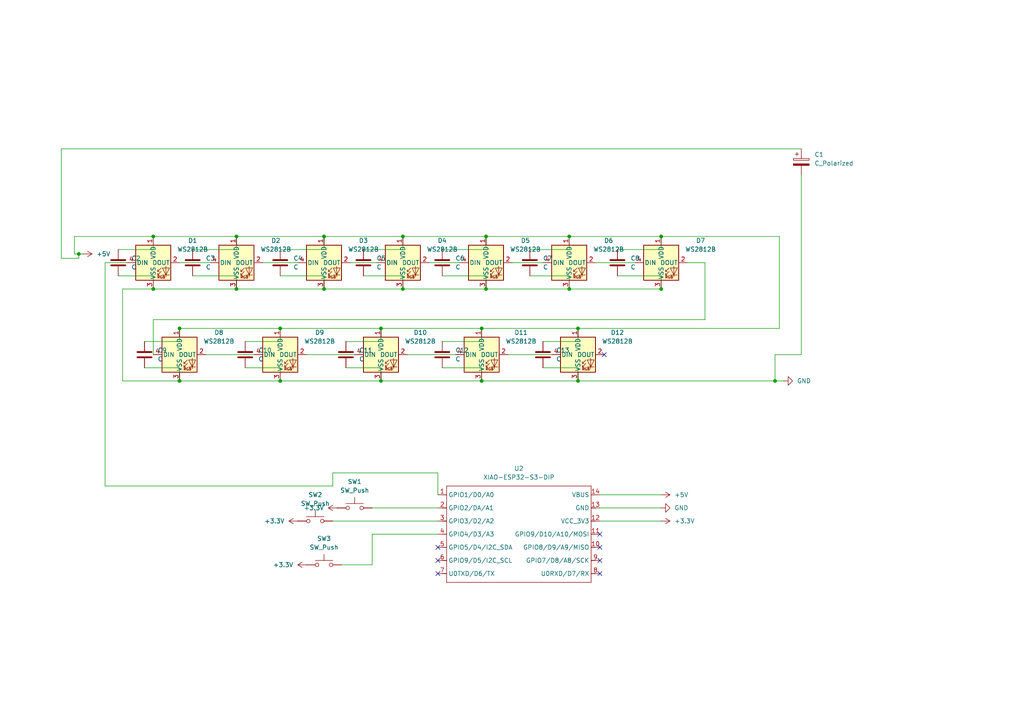
<source format=kicad_sch>
(kicad_sch
	(version 20250114)
	(generator "eeschema")
	(generator_version "9.0")
	(uuid "41859888-7683-4670-a52b-8680bd945835")
	(paper "A4")
	(lib_symbols
		(symbol "Device:C"
			(pin_numbers
				(hide yes)
			)
			(pin_names
				(offset 0.254)
			)
			(exclude_from_sim no)
			(in_bom yes)
			(on_board yes)
			(property "Reference" "C"
				(at 0.635 2.54 0)
				(effects
					(font
						(size 1.27 1.27)
					)
					(justify left)
				)
			)
			(property "Value" "C"
				(at 0.635 -2.54 0)
				(effects
					(font
						(size 1.27 1.27)
					)
					(justify left)
				)
			)
			(property "Footprint" ""
				(at 0.9652 -3.81 0)
				(effects
					(font
						(size 1.27 1.27)
					)
					(hide yes)
				)
			)
			(property "Datasheet" "~"
				(at 0 0 0)
				(effects
					(font
						(size 1.27 1.27)
					)
					(hide yes)
				)
			)
			(property "Description" "Unpolarized capacitor"
				(at 0 0 0)
				(effects
					(font
						(size 1.27 1.27)
					)
					(hide yes)
				)
			)
			(property "ki_keywords" "cap capacitor"
				(at 0 0 0)
				(effects
					(font
						(size 1.27 1.27)
					)
					(hide yes)
				)
			)
			(property "ki_fp_filters" "C_*"
				(at 0 0 0)
				(effects
					(font
						(size 1.27 1.27)
					)
					(hide yes)
				)
			)
			(symbol "C_0_1"
				(polyline
					(pts
						(xy -2.032 0.762) (xy 2.032 0.762)
					)
					(stroke
						(width 0.508)
						(type default)
					)
					(fill
						(type none)
					)
				)
				(polyline
					(pts
						(xy -2.032 -0.762) (xy 2.032 -0.762)
					)
					(stroke
						(width 0.508)
						(type default)
					)
					(fill
						(type none)
					)
				)
			)
			(symbol "C_1_1"
				(pin passive line
					(at 0 3.81 270)
					(length 2.794)
					(name "~"
						(effects
							(font
								(size 1.27 1.27)
							)
						)
					)
					(number "1"
						(effects
							(font
								(size 1.27 1.27)
							)
						)
					)
				)
				(pin passive line
					(at 0 -3.81 90)
					(length 2.794)
					(name "~"
						(effects
							(font
								(size 1.27 1.27)
							)
						)
					)
					(number "2"
						(effects
							(font
								(size 1.27 1.27)
							)
						)
					)
				)
			)
			(embedded_fonts no)
		)
		(symbol "Device:C_Polarized"
			(pin_numbers
				(hide yes)
			)
			(pin_names
				(offset 0.254)
			)
			(exclude_from_sim no)
			(in_bom yes)
			(on_board yes)
			(property "Reference" "C"
				(at 0.635 2.54 0)
				(effects
					(font
						(size 1.27 1.27)
					)
					(justify left)
				)
			)
			(property "Value" "C_Polarized"
				(at 0.635 -2.54 0)
				(effects
					(font
						(size 1.27 1.27)
					)
					(justify left)
				)
			)
			(property "Footprint" ""
				(at 0.9652 -3.81 0)
				(effects
					(font
						(size 1.27 1.27)
					)
					(hide yes)
				)
			)
			(property "Datasheet" "~"
				(at 0 0 0)
				(effects
					(font
						(size 1.27 1.27)
					)
					(hide yes)
				)
			)
			(property "Description" "Polarized capacitor"
				(at 0 0 0)
				(effects
					(font
						(size 1.27 1.27)
					)
					(hide yes)
				)
			)
			(property "ki_keywords" "cap capacitor"
				(at 0 0 0)
				(effects
					(font
						(size 1.27 1.27)
					)
					(hide yes)
				)
			)
			(property "ki_fp_filters" "CP_*"
				(at 0 0 0)
				(effects
					(font
						(size 1.27 1.27)
					)
					(hide yes)
				)
			)
			(symbol "C_Polarized_0_1"
				(rectangle
					(start -2.286 0.508)
					(end 2.286 1.016)
					(stroke
						(width 0)
						(type default)
					)
					(fill
						(type none)
					)
				)
				(polyline
					(pts
						(xy -1.778 2.286) (xy -0.762 2.286)
					)
					(stroke
						(width 0)
						(type default)
					)
					(fill
						(type none)
					)
				)
				(polyline
					(pts
						(xy -1.27 2.794) (xy -1.27 1.778)
					)
					(stroke
						(width 0)
						(type default)
					)
					(fill
						(type none)
					)
				)
				(rectangle
					(start 2.286 -0.508)
					(end -2.286 -1.016)
					(stroke
						(width 0)
						(type default)
					)
					(fill
						(type outline)
					)
				)
			)
			(symbol "C_Polarized_1_1"
				(pin passive line
					(at 0 3.81 270)
					(length 2.794)
					(name "~"
						(effects
							(font
								(size 1.27 1.27)
							)
						)
					)
					(number "1"
						(effects
							(font
								(size 1.27 1.27)
							)
						)
					)
				)
				(pin passive line
					(at 0 -3.81 90)
					(length 2.794)
					(name "~"
						(effects
							(font
								(size 1.27 1.27)
							)
						)
					)
					(number "2"
						(effects
							(font
								(size 1.27 1.27)
							)
						)
					)
				)
			)
			(embedded_fonts no)
		)
		(symbol "LED:WS2812B"
			(pin_names
				(offset 0.254)
			)
			(exclude_from_sim no)
			(in_bom yes)
			(on_board yes)
			(property "Reference" "D"
				(at 5.08 5.715 0)
				(effects
					(font
						(size 1.27 1.27)
					)
					(justify right bottom)
				)
			)
			(property "Value" "WS2812B"
				(at 1.27 -5.715 0)
				(effects
					(font
						(size 1.27 1.27)
					)
					(justify left top)
				)
			)
			(property "Footprint" "LED_SMD:LED_WS2812B_PLCC4_5.0x5.0mm_P3.2mm"
				(at 1.27 -7.62 0)
				(effects
					(font
						(size 1.27 1.27)
					)
					(justify left top)
					(hide yes)
				)
			)
			(property "Datasheet" "https://cdn-shop.adafruit.com/datasheets/WS2812B.pdf"
				(at 2.54 -9.525 0)
				(effects
					(font
						(size 1.27 1.27)
					)
					(justify left top)
					(hide yes)
				)
			)
			(property "Description" "RGB LED with integrated controller"
				(at 0 0 0)
				(effects
					(font
						(size 1.27 1.27)
					)
					(hide yes)
				)
			)
			(property "ki_keywords" "RGB LED NeoPixel addressable"
				(at 0 0 0)
				(effects
					(font
						(size 1.27 1.27)
					)
					(hide yes)
				)
			)
			(property "ki_fp_filters" "LED*WS2812*PLCC*5.0x5.0mm*P3.2mm*"
				(at 0 0 0)
				(effects
					(font
						(size 1.27 1.27)
					)
					(hide yes)
				)
			)
			(symbol "WS2812B_0_0"
				(text "RGB"
					(at 2.286 -4.191 0)
					(effects
						(font
							(size 0.762 0.762)
						)
					)
				)
			)
			(symbol "WS2812B_0_1"
				(polyline
					(pts
						(xy 1.27 -2.54) (xy 1.778 -2.54)
					)
					(stroke
						(width 0)
						(type default)
					)
					(fill
						(type none)
					)
				)
				(polyline
					(pts
						(xy 1.27 -3.556) (xy 1.778 -3.556)
					)
					(stroke
						(width 0)
						(type default)
					)
					(fill
						(type none)
					)
				)
				(polyline
					(pts
						(xy 2.286 -1.524) (xy 1.27 -2.54) (xy 1.27 -2.032)
					)
					(stroke
						(width 0)
						(type default)
					)
					(fill
						(type none)
					)
				)
				(polyline
					(pts
						(xy 2.286 -2.54) (xy 1.27 -3.556) (xy 1.27 -3.048)
					)
					(stroke
						(width 0)
						(type default)
					)
					(fill
						(type none)
					)
				)
				(polyline
					(pts
						(xy 3.683 -1.016) (xy 3.683 -3.556) (xy 3.683 -4.064)
					)
					(stroke
						(width 0)
						(type default)
					)
					(fill
						(type none)
					)
				)
				(polyline
					(pts
						(xy 4.699 -1.524) (xy 2.667 -1.524) (xy 3.683 -3.556) (xy 4.699 -1.524)
					)
					(stroke
						(width 0)
						(type default)
					)
					(fill
						(type none)
					)
				)
				(polyline
					(pts
						(xy 4.699 -3.556) (xy 2.667 -3.556)
					)
					(stroke
						(width 0)
						(type default)
					)
					(fill
						(type none)
					)
				)
				(rectangle
					(start 5.08 5.08)
					(end -5.08 -5.08)
					(stroke
						(width 0.254)
						(type default)
					)
					(fill
						(type background)
					)
				)
			)
			(symbol "WS2812B_1_1"
				(pin input line
					(at -7.62 0 0)
					(length 2.54)
					(name "DIN"
						(effects
							(font
								(size 1.27 1.27)
							)
						)
					)
					(number "4"
						(effects
							(font
								(size 1.27 1.27)
							)
						)
					)
				)
				(pin power_in line
					(at 0 7.62 270)
					(length 2.54)
					(name "VDD"
						(effects
							(font
								(size 1.27 1.27)
							)
						)
					)
					(number "1"
						(effects
							(font
								(size 1.27 1.27)
							)
						)
					)
				)
				(pin power_in line
					(at 0 -7.62 90)
					(length 2.54)
					(name "VSS"
						(effects
							(font
								(size 1.27 1.27)
							)
						)
					)
					(number "3"
						(effects
							(font
								(size 1.27 1.27)
							)
						)
					)
				)
				(pin output line
					(at 7.62 0 180)
					(length 2.54)
					(name "DOUT"
						(effects
							(font
								(size 1.27 1.27)
							)
						)
					)
					(number "2"
						(effects
							(font
								(size 1.27 1.27)
							)
						)
					)
				)
			)
			(embedded_fonts no)
		)
		(symbol "Switch:SW_Push"
			(pin_numbers
				(hide yes)
			)
			(pin_names
				(offset 1.016)
				(hide yes)
			)
			(exclude_from_sim no)
			(in_bom yes)
			(on_board yes)
			(property "Reference" "SW"
				(at 1.27 2.54 0)
				(effects
					(font
						(size 1.27 1.27)
					)
					(justify left)
				)
			)
			(property "Value" "SW_Push"
				(at 0 -1.524 0)
				(effects
					(font
						(size 1.27 1.27)
					)
				)
			)
			(property "Footprint" ""
				(at 0 5.08 0)
				(effects
					(font
						(size 1.27 1.27)
					)
					(hide yes)
				)
			)
			(property "Datasheet" "~"
				(at 0 5.08 0)
				(effects
					(font
						(size 1.27 1.27)
					)
					(hide yes)
				)
			)
			(property "Description" "Push button switch, generic, two pins"
				(at 0 0 0)
				(effects
					(font
						(size 1.27 1.27)
					)
					(hide yes)
				)
			)
			(property "ki_keywords" "switch normally-open pushbutton push-button"
				(at 0 0 0)
				(effects
					(font
						(size 1.27 1.27)
					)
					(hide yes)
				)
			)
			(symbol "SW_Push_0_1"
				(circle
					(center -2.032 0)
					(radius 0.508)
					(stroke
						(width 0)
						(type default)
					)
					(fill
						(type none)
					)
				)
				(polyline
					(pts
						(xy 0 1.27) (xy 0 3.048)
					)
					(stroke
						(width 0)
						(type default)
					)
					(fill
						(type none)
					)
				)
				(circle
					(center 2.032 0)
					(radius 0.508)
					(stroke
						(width 0)
						(type default)
					)
					(fill
						(type none)
					)
				)
				(polyline
					(pts
						(xy 2.54 1.27) (xy -2.54 1.27)
					)
					(stroke
						(width 0)
						(type default)
					)
					(fill
						(type none)
					)
				)
				(pin passive line
					(at -5.08 0 0)
					(length 2.54)
					(name "1"
						(effects
							(font
								(size 1.27 1.27)
							)
						)
					)
					(number "1"
						(effects
							(font
								(size 1.27 1.27)
							)
						)
					)
				)
				(pin passive line
					(at 5.08 0 180)
					(length 2.54)
					(name "2"
						(effects
							(font
								(size 1.27 1.27)
							)
						)
					)
					(number "2"
						(effects
							(font
								(size 1.27 1.27)
							)
						)
					)
				)
			)
			(embedded_fonts no)
		)
		(symbol "power:+3.3V"
			(power)
			(pin_numbers
				(hide yes)
			)
			(pin_names
				(offset 0)
				(hide yes)
			)
			(exclude_from_sim no)
			(in_bom yes)
			(on_board yes)
			(property "Reference" "#PWR"
				(at 0 -3.81 0)
				(effects
					(font
						(size 1.27 1.27)
					)
					(hide yes)
				)
			)
			(property "Value" "+3.3V"
				(at 0 3.556 0)
				(effects
					(font
						(size 1.27 1.27)
					)
				)
			)
			(property "Footprint" ""
				(at 0 0 0)
				(effects
					(font
						(size 1.27 1.27)
					)
					(hide yes)
				)
			)
			(property "Datasheet" ""
				(at 0 0 0)
				(effects
					(font
						(size 1.27 1.27)
					)
					(hide yes)
				)
			)
			(property "Description" "Power symbol creates a global label with name \"+3.3V\""
				(at 0 0 0)
				(effects
					(font
						(size 1.27 1.27)
					)
					(hide yes)
				)
			)
			(property "ki_keywords" "global power"
				(at 0 0 0)
				(effects
					(font
						(size 1.27 1.27)
					)
					(hide yes)
				)
			)
			(symbol "+3.3V_0_1"
				(polyline
					(pts
						(xy -0.762 1.27) (xy 0 2.54)
					)
					(stroke
						(width 0)
						(type default)
					)
					(fill
						(type none)
					)
				)
				(polyline
					(pts
						(xy 0 2.54) (xy 0.762 1.27)
					)
					(stroke
						(width 0)
						(type default)
					)
					(fill
						(type none)
					)
				)
				(polyline
					(pts
						(xy 0 0) (xy 0 2.54)
					)
					(stroke
						(width 0)
						(type default)
					)
					(fill
						(type none)
					)
				)
			)
			(symbol "+3.3V_1_1"
				(pin power_in line
					(at 0 0 90)
					(length 0)
					(name "~"
						(effects
							(font
								(size 1.27 1.27)
							)
						)
					)
					(number "1"
						(effects
							(font
								(size 1.27 1.27)
							)
						)
					)
				)
			)
			(embedded_fonts no)
		)
		(symbol "power:+5V"
			(power)
			(pin_numbers
				(hide yes)
			)
			(pin_names
				(offset 0)
				(hide yes)
			)
			(exclude_from_sim no)
			(in_bom yes)
			(on_board yes)
			(property "Reference" "#PWR"
				(at 0 -3.81 0)
				(effects
					(font
						(size 1.27 1.27)
					)
					(hide yes)
				)
			)
			(property "Value" "+5V"
				(at 0 3.556 0)
				(effects
					(font
						(size 1.27 1.27)
					)
				)
			)
			(property "Footprint" ""
				(at 0 0 0)
				(effects
					(font
						(size 1.27 1.27)
					)
					(hide yes)
				)
			)
			(property "Datasheet" ""
				(at 0 0 0)
				(effects
					(font
						(size 1.27 1.27)
					)
					(hide yes)
				)
			)
			(property "Description" "Power symbol creates a global label with name \"+5V\""
				(at 0 0 0)
				(effects
					(font
						(size 1.27 1.27)
					)
					(hide yes)
				)
			)
			(property "ki_keywords" "global power"
				(at 0 0 0)
				(effects
					(font
						(size 1.27 1.27)
					)
					(hide yes)
				)
			)
			(symbol "+5V_0_1"
				(polyline
					(pts
						(xy -0.762 1.27) (xy 0 2.54)
					)
					(stroke
						(width 0)
						(type default)
					)
					(fill
						(type none)
					)
				)
				(polyline
					(pts
						(xy 0 2.54) (xy 0.762 1.27)
					)
					(stroke
						(width 0)
						(type default)
					)
					(fill
						(type none)
					)
				)
				(polyline
					(pts
						(xy 0 0) (xy 0 2.54)
					)
					(stroke
						(width 0)
						(type default)
					)
					(fill
						(type none)
					)
				)
			)
			(symbol "+5V_1_1"
				(pin power_in line
					(at 0 0 90)
					(length 0)
					(name "~"
						(effects
							(font
								(size 1.27 1.27)
							)
						)
					)
					(number "1"
						(effects
							(font
								(size 1.27 1.27)
							)
						)
					)
				)
			)
			(embedded_fonts no)
		)
		(symbol "power:GND"
			(power)
			(pin_numbers
				(hide yes)
			)
			(pin_names
				(offset 0)
				(hide yes)
			)
			(exclude_from_sim no)
			(in_bom yes)
			(on_board yes)
			(property "Reference" "#PWR"
				(at 0 -6.35 0)
				(effects
					(font
						(size 1.27 1.27)
					)
					(hide yes)
				)
			)
			(property "Value" "GND"
				(at 0 -3.81 0)
				(effects
					(font
						(size 1.27 1.27)
					)
				)
			)
			(property "Footprint" ""
				(at 0 0 0)
				(effects
					(font
						(size 1.27 1.27)
					)
					(hide yes)
				)
			)
			(property "Datasheet" ""
				(at 0 0 0)
				(effects
					(font
						(size 1.27 1.27)
					)
					(hide yes)
				)
			)
			(property "Description" "Power symbol creates a global label with name \"GND\" , ground"
				(at 0 0 0)
				(effects
					(font
						(size 1.27 1.27)
					)
					(hide yes)
				)
			)
			(property "ki_keywords" "global power"
				(at 0 0 0)
				(effects
					(font
						(size 1.27 1.27)
					)
					(hide yes)
				)
			)
			(symbol "GND_0_1"
				(polyline
					(pts
						(xy 0 0) (xy 0 -1.27) (xy 1.27 -1.27) (xy 0 -2.54) (xy -1.27 -1.27) (xy 0 -1.27)
					)
					(stroke
						(width 0)
						(type default)
					)
					(fill
						(type none)
					)
				)
			)
			(symbol "GND_1_1"
				(pin power_in line
					(at 0 0 270)
					(length 0)
					(name "~"
						(effects
							(font
								(size 1.27 1.27)
							)
						)
					)
					(number "1"
						(effects
							(font
								(size 1.27 1.27)
							)
						)
					)
				)
			)
			(embedded_fonts no)
		)
		(symbol "xiao seeed:XIAO-ESP32-S3-DIP"
			(exclude_from_sim no)
			(in_bom yes)
			(on_board yes)
			(property "Reference" "U"
				(at 1.27 0.508 0)
				(effects
					(font
						(size 1.27 1.27)
					)
				)
			)
			(property "Value" "XIAO-ESP32-S3-DIP"
				(at 9.652 -1.778 0)
				(effects
					(font
						(size 1.27 1.27)
					)
				)
			)
			(property "Footprint" "Module:MOUDLE14P-XIAO-DIP-SMD"
				(at 17.018 -31.75 0)
				(effects
					(font
						(size 1.27 1.27)
					)
					(hide yes)
				)
			)
			(property "Datasheet" ""
				(at 0 0 0)
				(effects
					(font
						(size 1.27 1.27)
					)
					(hide yes)
				)
			)
			(property "Description" ""
				(at 0 0 0)
				(effects
					(font
						(size 1.27 1.27)
					)
					(hide yes)
				)
			)
			(symbol "XIAO-ESP32-S3-DIP_1_0"
				(polyline
					(pts
						(xy 0 -2.54) (xy 41.91 -2.54)
					)
					(stroke
						(width 0.1524)
						(type solid)
					)
					(fill
						(type none)
					)
				)
				(polyline
					(pts
						(xy 0 -5.08) (xy -1.27 -5.08)
					)
					(stroke
						(width 0.1524)
						(type solid)
					)
					(fill
						(type none)
					)
				)
				(polyline
					(pts
						(xy 0 -5.08) (xy 0 -2.54)
					)
					(stroke
						(width 0.1524)
						(type solid)
					)
					(fill
						(type none)
					)
				)
				(polyline
					(pts
						(xy 0 -8.89) (xy -1.27 -8.89)
					)
					(stroke
						(width 0.1524)
						(type solid)
					)
					(fill
						(type none)
					)
				)
				(polyline
					(pts
						(xy 0 -8.89) (xy 0 -5.08)
					)
					(stroke
						(width 0.1524)
						(type solid)
					)
					(fill
						(type none)
					)
				)
				(polyline
					(pts
						(xy 0 -12.7) (xy -1.27 -12.7)
					)
					(stroke
						(width 0.1524)
						(type solid)
					)
					(fill
						(type none)
					)
				)
				(polyline
					(pts
						(xy 0 -12.7) (xy 0 -8.89)
					)
					(stroke
						(width 0.1524)
						(type solid)
					)
					(fill
						(type none)
					)
				)
				(polyline
					(pts
						(xy 0 -16.51) (xy -1.27 -16.51)
					)
					(stroke
						(width 0.1524)
						(type solid)
					)
					(fill
						(type none)
					)
				)
				(polyline
					(pts
						(xy 0 -16.51) (xy 0 -12.7)
					)
					(stroke
						(width 0.1524)
						(type solid)
					)
					(fill
						(type none)
					)
				)
				(polyline
					(pts
						(xy 0 -20.32) (xy -1.27 -20.32)
					)
					(stroke
						(width 0.1524)
						(type solid)
					)
					(fill
						(type none)
					)
				)
				(polyline
					(pts
						(xy 0 -24.13) (xy -1.27 -24.13)
					)
					(stroke
						(width 0.1524)
						(type solid)
					)
					(fill
						(type none)
					)
				)
				(polyline
					(pts
						(xy 0 -27.94) (xy -1.27 -27.94)
					)
					(stroke
						(width 0.1524)
						(type solid)
					)
					(fill
						(type none)
					)
				)
				(polyline
					(pts
						(xy 0 -30.48) (xy 0 -16.51)
					)
					(stroke
						(width 0.1524)
						(type solid)
					)
					(fill
						(type none)
					)
				)
				(polyline
					(pts
						(xy 41.91 -2.54) (xy 41.91 -5.08)
					)
					(stroke
						(width 0.1524)
						(type solid)
					)
					(fill
						(type none)
					)
				)
				(polyline
					(pts
						(xy 41.91 -5.08) (xy 41.91 -8.89)
					)
					(stroke
						(width 0.1524)
						(type solid)
					)
					(fill
						(type none)
					)
				)
				(polyline
					(pts
						(xy 41.91 -8.89) (xy 41.91 -12.7)
					)
					(stroke
						(width 0.1524)
						(type solid)
					)
					(fill
						(type none)
					)
				)
				(polyline
					(pts
						(xy 41.91 -12.7) (xy 41.91 -30.48)
					)
					(stroke
						(width 0.1524)
						(type solid)
					)
					(fill
						(type none)
					)
				)
				(polyline
					(pts
						(xy 41.91 -30.48) (xy 0 -30.48)
					)
					(stroke
						(width 0.1524)
						(type solid)
					)
					(fill
						(type none)
					)
				)
				(polyline
					(pts
						(xy 43.18 -5.08) (xy 41.91 -5.08)
					)
					(stroke
						(width 0.1524)
						(type solid)
					)
					(fill
						(type none)
					)
				)
				(polyline
					(pts
						(xy 43.18 -8.89) (xy 41.91 -8.89)
					)
					(stroke
						(width 0.1524)
						(type solid)
					)
					(fill
						(type none)
					)
				)
				(polyline
					(pts
						(xy 43.18 -12.7) (xy 41.91 -12.7)
					)
					(stroke
						(width 0.1524)
						(type solid)
					)
					(fill
						(type none)
					)
				)
				(polyline
					(pts
						(xy 43.18 -16.51) (xy 41.91 -16.51)
					)
					(stroke
						(width 0.1524)
						(type solid)
					)
					(fill
						(type none)
					)
				)
				(polyline
					(pts
						(xy 43.18 -20.32) (xy 41.91 -20.32)
					)
					(stroke
						(width 0.1524)
						(type solid)
					)
					(fill
						(type none)
					)
				)
				(polyline
					(pts
						(xy 43.18 -24.13) (xy 41.91 -24.13)
					)
					(stroke
						(width 0.1524)
						(type solid)
					)
					(fill
						(type none)
					)
				)
				(polyline
					(pts
						(xy 43.18 -27.94) (xy 41.91 -27.94)
					)
					(stroke
						(width 0.1524)
						(type solid)
					)
					(fill
						(type none)
					)
				)
				(pin passive line
					(at -2.54 -5.08 0)
					(length 2.54)
					(name "GPIO1/D0/A0"
						(effects
							(font
								(size 1.27 1.27)
							)
						)
					)
					(number "1"
						(effects
							(font
								(size 1.27 1.27)
							)
						)
					)
				)
				(pin passive line
					(at -2.54 -8.89 0)
					(length 2.54)
					(name "GPIO2/DA/A1"
						(effects
							(font
								(size 1.27 1.27)
							)
						)
					)
					(number "2"
						(effects
							(font
								(size 1.27 1.27)
							)
						)
					)
				)
				(pin passive line
					(at -2.54 -12.7 0)
					(length 2.54)
					(name "GPIO3/D2/A2"
						(effects
							(font
								(size 1.27 1.27)
							)
						)
					)
					(number "3"
						(effects
							(font
								(size 1.27 1.27)
							)
						)
					)
				)
				(pin passive line
					(at -2.54 -16.51 0)
					(length 2.54)
					(name "GPIO4/D3/A3"
						(effects
							(font
								(size 1.27 1.27)
							)
						)
					)
					(number "4"
						(effects
							(font
								(size 1.27 1.27)
							)
						)
					)
				)
				(pin passive line
					(at -2.54 -20.32 0)
					(length 2.54)
					(name "GPIO5/D4/I2C_SDA"
						(effects
							(font
								(size 1.27 1.27)
							)
						)
					)
					(number "5"
						(effects
							(font
								(size 1.27 1.27)
							)
						)
					)
				)
				(pin passive line
					(at -2.54 -24.13 0)
					(length 2.54)
					(name "GPIO9/D5/I2C_SCL"
						(effects
							(font
								(size 1.27 1.27)
							)
						)
					)
					(number "6"
						(effects
							(font
								(size 1.27 1.27)
							)
						)
					)
				)
				(pin passive line
					(at -2.54 -27.94 0)
					(length 2.54)
					(name "U0TXD/D6/TX"
						(effects
							(font
								(size 1.27 1.27)
							)
						)
					)
					(number "7"
						(effects
							(font
								(size 1.27 1.27)
							)
						)
					)
				)
				(pin passive line
					(at 44.45 -5.08 180)
					(length 2.54)
					(name "VBUS"
						(effects
							(font
								(size 1.27 1.27)
							)
						)
					)
					(number "14"
						(effects
							(font
								(size 1.27 1.27)
							)
						)
					)
				)
				(pin passive line
					(at 44.45 -8.89 180)
					(length 2.54)
					(name "GND"
						(effects
							(font
								(size 1.27 1.27)
							)
						)
					)
					(number "13"
						(effects
							(font
								(size 1.27 1.27)
							)
						)
					)
				)
				(pin passive line
					(at 44.45 -12.7 180)
					(length 2.54)
					(name "VCC_3V3"
						(effects
							(font
								(size 1.27 1.27)
							)
						)
					)
					(number "12"
						(effects
							(font
								(size 1.27 1.27)
							)
						)
					)
				)
				(pin passive line
					(at 44.45 -16.51 180)
					(length 2.54)
					(name "GPIO9/D10/A10/MOSI"
						(effects
							(font
								(size 1.27 1.27)
							)
						)
					)
					(number "11"
						(effects
							(font
								(size 1.27 1.27)
							)
						)
					)
				)
				(pin passive line
					(at 44.45 -20.32 180)
					(length 2.54)
					(name "GPIO8/D9/A9/MISO"
						(effects
							(font
								(size 1.27 1.27)
							)
						)
					)
					(number "10"
						(effects
							(font
								(size 1.27 1.27)
							)
						)
					)
				)
				(pin passive line
					(at 44.45 -24.13 180)
					(length 2.54)
					(name "GPIO7/D8/A8/SCK"
						(effects
							(font
								(size 1.27 1.27)
							)
						)
					)
					(number "9"
						(effects
							(font
								(size 1.27 1.27)
							)
						)
					)
				)
				(pin passive line
					(at 44.45 -27.94 180)
					(length 2.54)
					(name "U0RXD/D7/RX"
						(effects
							(font
								(size 1.27 1.27)
							)
						)
					)
					(number "8"
						(effects
							(font
								(size 1.27 1.27)
							)
						)
					)
				)
			)
			(embedded_fonts no)
		)
	)
	(junction
		(at 165.1 68.58)
		(diameter 0)
		(color 0 0 0 0)
		(uuid "01cf2157-5ae4-4ae2-8b46-8b912993704e")
	)
	(junction
		(at 140.97 68.58)
		(diameter 0)
		(color 0 0 0 0)
		(uuid "0c6cfed0-18b5-4766-9dd9-59989a6679ab")
	)
	(junction
		(at 52.07 110.49)
		(diameter 0)
		(color 0 0 0 0)
		(uuid "1aac6254-cbb3-4d11-adf7-8968fdf5676b")
	)
	(junction
		(at 191.77 68.58)
		(diameter 0)
		(color 0 0 0 0)
		(uuid "25eb619f-3cc6-4f83-a942-acb1e3a29ac0")
	)
	(junction
		(at 110.49 95.25)
		(diameter 0)
		(color 0 0 0 0)
		(uuid "39228274-993f-4893-8fd2-25ea8c1bd1fa")
	)
	(junction
		(at 165.1 83.82)
		(diameter 0)
		(color 0 0 0 0)
		(uuid "3c1f76bd-5d25-4f98-97f8-fe85dcfe3aa4")
	)
	(junction
		(at 22.86 73.66)
		(diameter 0)
		(color 0 0 0 0)
		(uuid "3f2d40c3-ccb0-4925-9abc-945fa468885c")
	)
	(junction
		(at 139.7 110.49)
		(diameter 0)
		(color 0 0 0 0)
		(uuid "44808606-477b-4908-92b6-d3353c2b7931")
	)
	(junction
		(at 191.77 83.82)
		(diameter 0)
		(color 0 0 0 0)
		(uuid "53105967-52d2-4ca0-b767-daa766b2d4dc")
	)
	(junction
		(at 93.98 68.58)
		(diameter 0)
		(color 0 0 0 0)
		(uuid "54cb7685-67e6-4adb-b208-1f829a9b04c8")
	)
	(junction
		(at 167.64 110.49)
		(diameter 0)
		(color 0 0 0 0)
		(uuid "6b49ecad-89f6-42a4-814a-cb0a4d14d560")
	)
	(junction
		(at 93.98 83.82)
		(diameter 0)
		(color 0 0 0 0)
		(uuid "6c3dfb8b-af50-4bc8-b3a7-b1aff51f34e9")
	)
	(junction
		(at 224.79 110.49)
		(diameter 0)
		(color 0 0 0 0)
		(uuid "73a0dee9-835a-49d3-8b5f-2a636c80006a")
	)
	(junction
		(at 110.49 110.49)
		(diameter 0)
		(color 0 0 0 0)
		(uuid "7476e42d-e9ee-4b20-af6d-0ad94d8082d5")
	)
	(junction
		(at 68.58 68.58)
		(diameter 0)
		(color 0 0 0 0)
		(uuid "77c68da4-35df-4ee4-875d-3bd6f162e13c")
	)
	(junction
		(at 81.28 95.25)
		(diameter 0)
		(color 0 0 0 0)
		(uuid "7d186e72-e4ac-4621-8e6e-d731bcf75f47")
	)
	(junction
		(at 116.84 83.82)
		(diameter 0)
		(color 0 0 0 0)
		(uuid "83b4d7df-0240-417a-940b-582403c1fa5c")
	)
	(junction
		(at 140.97 83.82)
		(diameter 0)
		(color 0 0 0 0)
		(uuid "8fab0ba7-1845-4ed5-845d-1994412a4831")
	)
	(junction
		(at 44.45 83.82)
		(diameter 0)
		(color 0 0 0 0)
		(uuid "a9d7a4cb-d93c-45a5-b59d-26e57262c479")
	)
	(junction
		(at 68.58 83.82)
		(diameter 0)
		(color 0 0 0 0)
		(uuid "b793108b-1bdb-4ac8-8bf6-a6302319e1bf")
	)
	(junction
		(at 139.7 95.25)
		(diameter 0)
		(color 0 0 0 0)
		(uuid "bdd00740-86e3-4cac-9f0d-4cb33e835980")
	)
	(junction
		(at 167.64 95.25)
		(diameter 0)
		(color 0 0 0 0)
		(uuid "c0b28c0f-4a41-4158-b29d-312c4e66ff30")
	)
	(junction
		(at 44.45 68.58)
		(diameter 0)
		(color 0 0 0 0)
		(uuid "d2a3887b-afbd-42f0-ba26-41524d0f5df9")
	)
	(junction
		(at 81.28 110.49)
		(diameter 0)
		(color 0 0 0 0)
		(uuid "d6f999df-dd35-488c-8232-1d7cac0e5bdd")
	)
	(junction
		(at 116.84 68.58)
		(diameter 0)
		(color 0 0 0 0)
		(uuid "e84d9d99-2655-4812-98f3-05ca305afcd5")
	)
	(junction
		(at 52.07 95.25)
		(diameter 0)
		(color 0 0 0 0)
		(uuid "f370dd60-b266-4153-9305-ce5a2191e916")
	)
	(no_connect
		(at 127 166.37)
		(uuid "1aaf71dd-9964-4519-85fb-16e628e643d5")
	)
	(no_connect
		(at 127 158.75)
		(uuid "1f490ef0-33a4-4782-90c9-875cccb5bc4d")
	)
	(no_connect
		(at 173.99 154.94)
		(uuid "6b994e9e-4531-442a-868b-283088e8c65c")
	)
	(no_connect
		(at 173.99 162.56)
		(uuid "8b3f37b1-0cbf-438b-91b0-e727d4a40075")
	)
	(no_connect
		(at 173.99 166.37)
		(uuid "97588e0f-585d-4d3e-9e63-fa8798daf8e7")
	)
	(no_connect
		(at 173.99 158.75)
		(uuid "d85aedac-9f6e-4ada-a13a-102ed3719c40")
	)
	(no_connect
		(at 127 162.56)
		(uuid "e0cd3161-3eae-435d-8c94-05bfc72fcc00")
	)
	(no_connect
		(at 175.26 102.87)
		(uuid "fc697bf2-69ab-45be-aa07-2536333edf64")
	)
	(wire
		(pts
			(xy 105.41 80.01) (xy 116.84 80.01)
		)
		(stroke
			(width 0)
			(type default)
		)
		(uuid "08c8a2fc-63da-481f-8f9c-df7ed6f113dc")
	)
	(wire
		(pts
			(xy 52.07 99.06) (xy 52.07 95.25)
		)
		(stroke
			(width 0)
			(type default)
		)
		(uuid "0cca36cd-44db-4935-8ec8-b51c39634cc9")
	)
	(wire
		(pts
			(xy 107.95 154.94) (xy 127 154.94)
		)
		(stroke
			(width 0)
			(type default)
		)
		(uuid "0d30017c-8954-4eb3-b2e1-632986a5de5f")
	)
	(wire
		(pts
			(xy 232.41 50.8) (xy 232.41 102.87)
		)
		(stroke
			(width 0)
			(type default)
		)
		(uuid "0e76ba15-3ad3-44d9-ad9b-c7351fe1217a")
	)
	(wire
		(pts
			(xy 172.72 76.2) (xy 184.15 76.2)
		)
		(stroke
			(width 0)
			(type default)
		)
		(uuid "131cd975-b885-4c59-aaaa-f4fcfb8bc8de")
	)
	(wire
		(pts
			(xy 101.6 76.2) (xy 109.22 76.2)
		)
		(stroke
			(width 0)
			(type default)
		)
		(uuid "154ed1a1-d0fe-44d7-908f-845b7b65b48a")
	)
	(wire
		(pts
			(xy 59.69 102.87) (xy 73.66 102.87)
		)
		(stroke
			(width 0)
			(type default)
		)
		(uuid "162ebd71-d7b0-4854-925d-364f0aaec2c1")
	)
	(wire
		(pts
			(xy 127 137.16) (xy 127 143.51)
		)
		(stroke
			(width 0)
			(type default)
		)
		(uuid "18782859-dbf5-4bc5-a51c-2e69d697a729")
	)
	(wire
		(pts
			(xy 167.64 95.25) (xy 167.64 99.06)
		)
		(stroke
			(width 0)
			(type default)
		)
		(uuid "19bf0362-0cdd-4911-a696-c58086a38500")
	)
	(wire
		(pts
			(xy 204.47 76.2) (xy 204.47 92.71)
		)
		(stroke
			(width 0)
			(type default)
		)
		(uuid "1b04826d-50c7-439b-a3c7-a6f9a6fe4cea")
	)
	(wire
		(pts
			(xy 81.28 99.06) (xy 81.28 95.25)
		)
		(stroke
			(width 0)
			(type default)
		)
		(uuid "1c21415a-160f-42a1-a913-35f10e58fcae")
	)
	(wire
		(pts
			(xy 93.98 68.58) (xy 68.58 68.58)
		)
		(stroke
			(width 0)
			(type default)
		)
		(uuid "1f0c1e19-0e59-454d-8611-0ebdb61803e1")
	)
	(wire
		(pts
			(xy 128.27 80.01) (xy 140.97 80.01)
		)
		(stroke
			(width 0)
			(type default)
		)
		(uuid "210fbf8c-4206-4cdc-b028-955b5f6db68a")
	)
	(wire
		(pts
			(xy 41.91 106.68) (xy 52.07 106.68)
		)
		(stroke
			(width 0)
			(type default)
		)
		(uuid "21e7b30a-bffb-4639-929f-515e8562b9d6")
	)
	(wire
		(pts
			(xy 199.39 76.2) (xy 204.47 76.2)
		)
		(stroke
			(width 0)
			(type default)
		)
		(uuid "220959ac-243f-4bab-95dd-44640ae83ec3")
	)
	(wire
		(pts
			(xy 191.77 80.01) (xy 191.77 83.82)
		)
		(stroke
			(width 0)
			(type default)
		)
		(uuid "25174dd0-7479-40b2-8033-24e8b3c14f2f")
	)
	(wire
		(pts
			(xy 55.88 80.01) (xy 68.58 80.01)
		)
		(stroke
			(width 0)
			(type default)
		)
		(uuid "26196a64-e6c3-4864-82ca-cd75f45fe82a")
	)
	(wire
		(pts
			(xy 224.79 102.87) (xy 232.41 102.87)
		)
		(stroke
			(width 0)
			(type default)
		)
		(uuid "270e756d-a8dc-4523-84cd-6c15570e14f0")
	)
	(wire
		(pts
			(xy 140.97 80.01) (xy 140.97 83.82)
		)
		(stroke
			(width 0)
			(type default)
		)
		(uuid "2725fe65-8bf3-45cf-bed1-f2e2b035ed7d")
	)
	(wire
		(pts
			(xy 76.2 76.2) (xy 86.36 76.2)
		)
		(stroke
			(width 0)
			(type default)
		)
		(uuid "27414102-b2e9-4a7e-84fc-85e626b55e81")
	)
	(wire
		(pts
			(xy 107.95 147.32) (xy 127 147.32)
		)
		(stroke
			(width 0)
			(type default)
		)
		(uuid "296b33a3-6484-46f3-ae77-1c7198c174f0")
	)
	(wire
		(pts
			(xy 36.83 76.2) (xy 30.48 76.2)
		)
		(stroke
			(width 0)
			(type default)
		)
		(uuid "2e522db1-6469-4b16-bbcd-5268141f7203")
	)
	(wire
		(pts
			(xy 167.64 99.06) (xy 157.48 99.06)
		)
		(stroke
			(width 0)
			(type default)
		)
		(uuid "2f98ae26-805b-4182-97ce-75e351164458")
	)
	(wire
		(pts
			(xy 140.97 72.39) (xy 140.97 68.58)
		)
		(stroke
			(width 0)
			(type default)
		)
		(uuid "36e5334e-e6d8-4ad8-ad41-d0c864747f41")
	)
	(wire
		(pts
			(xy 110.49 106.68) (xy 110.49 110.49)
		)
		(stroke
			(width 0)
			(type default)
		)
		(uuid "394fc3ae-3097-46c6-a494-4097e2c26aed")
	)
	(wire
		(pts
			(xy 165.1 80.01) (xy 165.1 83.82)
		)
		(stroke
			(width 0)
			(type default)
		)
		(uuid "3a47c5ec-cbe5-4654-8b55-5122e67363b5")
	)
	(wire
		(pts
			(xy 191.77 147.32) (xy 173.99 147.32)
		)
		(stroke
			(width 0)
			(type default)
		)
		(uuid "3d32be7e-2c3c-406c-a75a-17e511cc781e")
	)
	(wire
		(pts
			(xy 224.79 110.49) (xy 224.79 102.87)
		)
		(stroke
			(width 0)
			(type default)
		)
		(uuid "3d763c02-14ad-4ef2-905e-de50523398d2")
	)
	(wire
		(pts
			(xy 96.52 151.13) (xy 127 151.13)
		)
		(stroke
			(width 0)
			(type default)
		)
		(uuid "3dc50235-3ac6-4f50-a903-c63923d4a7f3")
	)
	(wire
		(pts
			(xy 110.49 95.25) (xy 139.7 95.25)
		)
		(stroke
			(width 0)
			(type default)
		)
		(uuid "3dfbdd1b-4157-4547-89f2-272a0f6968f5")
	)
	(wire
		(pts
			(xy 165.1 68.58) (xy 140.97 68.58)
		)
		(stroke
			(width 0)
			(type default)
		)
		(uuid "41ab745a-2ef1-4991-accc-8f6db12df224")
	)
	(wire
		(pts
			(xy 88.9 102.87) (xy 102.87 102.87)
		)
		(stroke
			(width 0)
			(type default)
		)
		(uuid "427a179e-fcff-4678-ba46-375feed7febb")
	)
	(wire
		(pts
			(xy 226.06 68.58) (xy 191.77 68.58)
		)
		(stroke
			(width 0)
			(type default)
		)
		(uuid "47438e13-647e-4561-8ea8-407514b8b4e1")
	)
	(wire
		(pts
			(xy 21.59 68.58) (xy 21.59 73.66)
		)
		(stroke
			(width 0)
			(type default)
		)
		(uuid "49625c08-a1aa-42b3-a601-2e594646a4eb")
	)
	(wire
		(pts
			(xy 68.58 68.58) (xy 44.45 68.58)
		)
		(stroke
			(width 0)
			(type default)
		)
		(uuid "4c385fc8-5f23-4038-8417-c293cbdf84bf")
	)
	(wire
		(pts
			(xy 191.77 72.39) (xy 191.77 68.58)
		)
		(stroke
			(width 0)
			(type default)
		)
		(uuid "4e182f43-a0e2-40dd-b8d7-eb3f789e3166")
	)
	(wire
		(pts
			(xy 96.52 140.97) (xy 96.52 137.16)
		)
		(stroke
			(width 0)
			(type default)
		)
		(uuid "4fc95adc-c0fa-440d-ba31-ad8cc03eaeb2")
	)
	(wire
		(pts
			(xy 191.77 151.13) (xy 173.99 151.13)
		)
		(stroke
			(width 0)
			(type default)
		)
		(uuid "518c8e19-72b7-466b-aaf1-14e7cc99da67")
	)
	(wire
		(pts
			(xy 191.77 143.51) (xy 173.99 143.51)
		)
		(stroke
			(width 0)
			(type default)
		)
		(uuid "53b2f294-e857-4c6b-aac7-c7db4a4404af")
	)
	(wire
		(pts
			(xy 157.48 106.68) (xy 167.64 106.68)
		)
		(stroke
			(width 0)
			(type default)
		)
		(uuid "572d9e95-c184-4938-a7f2-cc2223de1766")
	)
	(wire
		(pts
			(xy 44.45 68.58) (xy 44.45 72.39)
		)
		(stroke
			(width 0)
			(type default)
		)
		(uuid "58404d16-bbe8-4228-908e-0ba3a725b8c5")
	)
	(wire
		(pts
			(xy 44.45 92.71) (xy 44.45 102.87)
		)
		(stroke
			(width 0)
			(type default)
		)
		(uuid "5cb3fd2f-a410-420e-ae6a-6e42fc4df213")
	)
	(wire
		(pts
			(xy 68.58 80.01) (xy 68.58 83.82)
		)
		(stroke
			(width 0)
			(type default)
		)
		(uuid "5cbaed05-562e-4d58-bd94-6b5f627a8a26")
	)
	(wire
		(pts
			(xy 140.97 68.58) (xy 116.84 68.58)
		)
		(stroke
			(width 0)
			(type default)
		)
		(uuid "5ee26385-9823-47af-9e63-344a419239b6")
	)
	(wire
		(pts
			(xy 139.7 106.68) (xy 139.7 110.49)
		)
		(stroke
			(width 0)
			(type default)
		)
		(uuid "5fe3ea2f-f175-4952-95ba-5af88616e689")
	)
	(wire
		(pts
			(xy 55.88 72.39) (xy 68.58 72.39)
		)
		(stroke
			(width 0)
			(type default)
		)
		(uuid "60e7fe18-1e54-4c22-bda6-beb5fb5f2a39")
	)
	(wire
		(pts
			(xy 44.45 68.58) (xy 21.59 68.58)
		)
		(stroke
			(width 0)
			(type default)
		)
		(uuid "69cc61f8-27fe-4a1a-8148-6823a8285817")
	)
	(wire
		(pts
			(xy 100.33 106.68) (xy 110.49 106.68)
		)
		(stroke
			(width 0)
			(type default)
		)
		(uuid "69ef6c2e-4fea-4513-87f9-61a7a29fa837")
	)
	(wire
		(pts
			(xy 153.67 72.39) (xy 165.1 72.39)
		)
		(stroke
			(width 0)
			(type default)
		)
		(uuid "6c7df6b0-c8fc-48b9-8ba2-4fb55358e8b3")
	)
	(wire
		(pts
			(xy 22.86 74.93) (xy 22.86 73.66)
		)
		(stroke
			(width 0)
			(type default)
		)
		(uuid "72f485ea-37b1-4c05-a986-91d973650887")
	)
	(wire
		(pts
			(xy 224.79 110.49) (xy 227.33 110.49)
		)
		(stroke
			(width 0)
			(type default)
		)
		(uuid "73758deb-bfdc-4ded-a57c-79f1aad4fbe8")
	)
	(wire
		(pts
			(xy 232.41 43.18) (xy 17.78 43.18)
		)
		(stroke
			(width 0)
			(type default)
		)
		(uuid "7428eb41-12d4-40e0-b384-2b66be052289")
	)
	(wire
		(pts
			(xy 44.45 72.39) (xy 34.29 72.39)
		)
		(stroke
			(width 0)
			(type default)
		)
		(uuid "7461a72d-39e0-4426-8912-dbed4fe4508f")
	)
	(wire
		(pts
			(xy 139.7 95.25) (xy 167.64 95.25)
		)
		(stroke
			(width 0)
			(type default)
		)
		(uuid "7738ee37-ece5-4143-8066-83e125499c3f")
	)
	(wire
		(pts
			(xy 34.29 80.01) (xy 44.45 80.01)
		)
		(stroke
			(width 0)
			(type default)
		)
		(uuid "7eb28cbe-e2f0-49a5-a1bf-46c356b3a692")
	)
	(wire
		(pts
			(xy 167.64 110.49) (xy 224.79 110.49)
		)
		(stroke
			(width 0)
			(type default)
		)
		(uuid "80bc0467-678e-4e3f-bc72-17feb948ffe6")
	)
	(wire
		(pts
			(xy 110.49 95.25) (xy 110.49 99.06)
		)
		(stroke
			(width 0)
			(type default)
		)
		(uuid "84355945-e4f2-457f-a44c-e36503a18e55")
	)
	(wire
		(pts
			(xy 30.48 76.2) (xy 30.48 140.97)
		)
		(stroke
			(width 0)
			(type default)
		)
		(uuid "864bf496-e5fb-4d67-bce9-76f9b3fb9201")
	)
	(wire
		(pts
			(xy 116.84 68.58) (xy 93.98 68.58)
		)
		(stroke
			(width 0)
			(type default)
		)
		(uuid "89d04abb-cecc-4171-93ef-5da7f5edaedb")
	)
	(wire
		(pts
			(xy 100.33 99.06) (xy 110.49 99.06)
		)
		(stroke
			(width 0)
			(type default)
		)
		(uuid "8c7332cb-ec77-4d58-85c7-88693f2e6e66")
	)
	(wire
		(pts
			(xy 165.1 72.39) (xy 165.1 68.58)
		)
		(stroke
			(width 0)
			(type default)
		)
		(uuid "8cef2845-8054-45dc-aec6-d6b6bc689d61")
	)
	(wire
		(pts
			(xy 204.47 92.71) (xy 44.45 92.71)
		)
		(stroke
			(width 0)
			(type default)
		)
		(uuid "8d1e6b07-ef35-43d1-a366-6abd00fcc7ec")
	)
	(wire
		(pts
			(xy 116.84 83.82) (xy 93.98 83.82)
		)
		(stroke
			(width 0)
			(type default)
		)
		(uuid "902eb255-5c1d-4d36-b4c6-d3fa3c3b4fb2")
	)
	(wire
		(pts
			(xy 68.58 72.39) (xy 68.58 68.58)
		)
		(stroke
			(width 0)
			(type default)
		)
		(uuid "91449619-5c55-43e1-b34e-9de878cb9275")
	)
	(wire
		(pts
			(xy 167.64 106.68) (xy 167.64 110.49)
		)
		(stroke
			(width 0)
			(type default)
		)
		(uuid "92b78057-ac6f-43ab-a4ee-08cc0fffef80")
	)
	(wire
		(pts
			(xy 68.58 83.82) (xy 44.45 83.82)
		)
		(stroke
			(width 0)
			(type default)
		)
		(uuid "92c61f76-552b-4ce4-9c59-0a4b245c005e")
	)
	(wire
		(pts
			(xy 71.12 106.68) (xy 81.28 106.68)
		)
		(stroke
			(width 0)
			(type default)
		)
		(uuid "93a3a126-7514-47f2-9543-67f317bda562")
	)
	(wire
		(pts
			(xy 165.1 83.82) (xy 140.97 83.82)
		)
		(stroke
			(width 0)
			(type default)
		)
		(uuid "940ea86c-80fc-43aa-a0fb-e3c1fb85d113")
	)
	(wire
		(pts
			(xy 35.56 83.82) (xy 35.56 110.49)
		)
		(stroke
			(width 0)
			(type default)
		)
		(uuid "94153333-c4c1-4a1b-aac8-82dcdc8659cb")
	)
	(wire
		(pts
			(xy 128.27 106.68) (xy 139.7 106.68)
		)
		(stroke
			(width 0)
			(type default)
		)
		(uuid "953b2955-978f-4923-972a-ee972c78bba2")
	)
	(wire
		(pts
			(xy 139.7 110.49) (xy 167.64 110.49)
		)
		(stroke
			(width 0)
			(type default)
		)
		(uuid "9718b6ff-77b8-44dd-8bf8-28d26fe82536")
	)
	(wire
		(pts
			(xy 99.06 163.83) (xy 107.95 163.83)
		)
		(stroke
			(width 0)
			(type default)
		)
		(uuid "986bff0f-cd48-402c-8f2b-5da894fc24e0")
	)
	(wire
		(pts
			(xy 30.48 140.97) (xy 96.52 140.97)
		)
		(stroke
			(width 0)
			(type default)
		)
		(uuid "9deed59f-9b52-4a96-a8f1-539d4d4629bc")
	)
	(wire
		(pts
			(xy 179.07 72.39) (xy 191.77 72.39)
		)
		(stroke
			(width 0)
			(type default)
		)
		(uuid "a0a03e63-5c08-4408-87a2-01f3fc7b7571")
	)
	(wire
		(pts
			(xy 93.98 72.39) (xy 93.98 68.58)
		)
		(stroke
			(width 0)
			(type default)
		)
		(uuid "a0a33903-d154-416b-b375-c6c7cdbbdd5e")
	)
	(wire
		(pts
			(xy 179.07 80.01) (xy 191.77 80.01)
		)
		(stroke
			(width 0)
			(type default)
		)
		(uuid "a1592669-31fc-49e2-8f44-e634aff4db4c")
	)
	(wire
		(pts
			(xy 140.97 83.82) (xy 116.84 83.82)
		)
		(stroke
			(width 0)
			(type default)
		)
		(uuid "a23c60f4-d9b6-4a37-8cd3-5d854a59b4ff")
	)
	(wire
		(pts
			(xy 170.18 247.65) (xy 171.45 247.65)
		)
		(stroke
			(width 0)
			(type default)
		)
		(uuid "a5fc445b-4990-4992-8015-518a9dc218df")
	)
	(wire
		(pts
			(xy 153.67 80.01) (xy 165.1 80.01)
		)
		(stroke
			(width 0)
			(type default)
		)
		(uuid "a827c786-89bc-4c0a-85cf-f898ee7f3e09")
	)
	(wire
		(pts
			(xy 17.78 74.93) (xy 22.86 74.93)
		)
		(stroke
			(width 0)
			(type default)
		)
		(uuid "a9aeba00-49b0-45f2-a749-ec71b35bbcdc")
	)
	(wire
		(pts
			(xy 147.32 102.87) (xy 160.02 102.87)
		)
		(stroke
			(width 0)
			(type default)
		)
		(uuid "ae5d3504-02e3-4721-9dfe-53817ddb90bc")
	)
	(wire
		(pts
			(xy 93.98 80.01) (xy 93.98 83.82)
		)
		(stroke
			(width 0)
			(type default)
		)
		(uuid "aff2e149-3293-4707-a051-c6b3b0f20479")
	)
	(wire
		(pts
			(xy 52.07 95.25) (xy 81.28 95.25)
		)
		(stroke
			(width 0)
			(type default)
		)
		(uuid "b042fa87-4532-4d5c-bb9f-8e2fed82edbe")
	)
	(wire
		(pts
			(xy 81.28 110.49) (xy 110.49 110.49)
		)
		(stroke
			(width 0)
			(type default)
		)
		(uuid "b0626b97-3c51-4735-a2a4-4261ae09fa98")
	)
	(wire
		(pts
			(xy 52.07 110.49) (xy 81.28 110.49)
		)
		(stroke
			(width 0)
			(type default)
		)
		(uuid "b0c8f83d-0e30-4354-be0c-608265e7ee25")
	)
	(wire
		(pts
			(xy 107.95 154.94) (xy 107.95 163.83)
		)
		(stroke
			(width 0)
			(type default)
		)
		(uuid "b168b76d-462e-48f5-86e2-823b972f1d90")
	)
	(wire
		(pts
			(xy 52.07 106.68) (xy 52.07 110.49)
		)
		(stroke
			(width 0)
			(type default)
		)
		(uuid "b38f9dab-6d21-414b-90f6-b3c785666f79")
	)
	(wire
		(pts
			(xy 81.28 106.68) (xy 81.28 110.49)
		)
		(stroke
			(width 0)
			(type default)
		)
		(uuid "b56da862-f63f-4814-b253-6aadf78fac66")
	)
	(wire
		(pts
			(xy 71.12 99.06) (xy 81.28 99.06)
		)
		(stroke
			(width 0)
			(type default)
		)
		(uuid "b60c92b5-85f1-4884-a715-fd651d2087a5")
	)
	(wire
		(pts
			(xy 81.28 80.01) (xy 93.98 80.01)
		)
		(stroke
			(width 0)
			(type default)
		)
		(uuid "b641a2f8-e1ab-4abe-b0a2-8bfe00d2a8b2")
	)
	(wire
		(pts
			(xy 110.49 110.49) (xy 139.7 110.49)
		)
		(stroke
			(width 0)
			(type default)
		)
		(uuid "b741158d-66e4-4108-881a-7ef26b0a95cf")
	)
	(wire
		(pts
			(xy 116.84 72.39) (xy 116.84 68.58)
		)
		(stroke
			(width 0)
			(type default)
		)
		(uuid "ba95a511-b4d1-4880-947f-c1b2d884ad4c")
	)
	(wire
		(pts
			(xy 105.41 72.39) (xy 116.84 72.39)
		)
		(stroke
			(width 0)
			(type default)
		)
		(uuid "bb07eb75-ec03-483a-8303-a4808d8b31ae")
	)
	(wire
		(pts
			(xy 21.59 73.66) (xy 22.86 73.66)
		)
		(stroke
			(width 0)
			(type default)
		)
		(uuid "bee4ba73-73cd-4808-8ff2-9bd37b1a75f1")
	)
	(wire
		(pts
			(xy 81.28 72.39) (xy 93.98 72.39)
		)
		(stroke
			(width 0)
			(type default)
		)
		(uuid "bfdffe5c-14eb-4164-ab28-257b78150f24")
	)
	(wire
		(pts
			(xy 52.07 76.2) (xy 60.96 76.2)
		)
		(stroke
			(width 0)
			(type default)
		)
		(uuid "c764dbab-9c30-4110-ae1f-de9192cea4cb")
	)
	(wire
		(pts
			(xy 128.27 99.06) (xy 139.7 99.06)
		)
		(stroke
			(width 0)
			(type default)
		)
		(uuid "c88c61d7-749e-4c45-b943-acde075a91c7")
	)
	(wire
		(pts
			(xy 139.7 99.06) (xy 139.7 95.25)
		)
		(stroke
			(width 0)
			(type default)
		)
		(uuid "ca066455-598b-49d7-99f9-5434b37f2c67")
	)
	(wire
		(pts
			(xy 118.11 102.87) (xy 132.08 102.87)
		)
		(stroke
			(width 0)
			(type default)
		)
		(uuid "cb17ddaa-e8d5-40b4-9149-d4c9e893e833")
	)
	(wire
		(pts
			(xy 41.91 99.06) (xy 52.07 99.06)
		)
		(stroke
			(width 0)
			(type default)
		)
		(uuid "cfe25260-27f7-499e-8e27-610af31286ba")
	)
	(wire
		(pts
			(xy 22.86 73.66) (xy 24.13 73.66)
		)
		(stroke
			(width 0)
			(type default)
		)
		(uuid "d0d101f3-4311-4fc7-bbb9-83f48c9a0cbe")
	)
	(wire
		(pts
			(xy 148.59 76.2) (xy 157.48 76.2)
		)
		(stroke
			(width 0)
			(type default)
		)
		(uuid "d22ca01d-d695-44ea-bb44-08d38aa802d3")
	)
	(wire
		(pts
			(xy 35.56 110.49) (xy 52.07 110.49)
		)
		(stroke
			(width 0)
			(type default)
		)
		(uuid "d231574b-2e44-46c1-ad0b-12a1c3ce56bd")
	)
	(wire
		(pts
			(xy 17.78 43.18) (xy 17.78 74.93)
		)
		(stroke
			(width 0)
			(type default)
		)
		(uuid "d7508d01-5109-4fef-9839-9871bff40c32")
	)
	(wire
		(pts
			(xy 116.84 80.01) (xy 116.84 83.82)
		)
		(stroke
			(width 0)
			(type default)
		)
		(uuid "da58beaf-92a2-4079-b7b3-934d96409abf")
	)
	(wire
		(pts
			(xy 191.77 83.82) (xy 165.1 83.82)
		)
		(stroke
			(width 0)
			(type default)
		)
		(uuid "de2c91d8-c8cb-48b8-bd51-abaaf1972877")
	)
	(wire
		(pts
			(xy 44.45 83.82) (xy 35.56 83.82)
		)
		(stroke
			(width 0)
			(type default)
		)
		(uuid "dfc9bc51-eb78-4066-8938-94007e868859")
	)
	(wire
		(pts
			(xy 96.52 137.16) (xy 127 137.16)
		)
		(stroke
			(width 0)
			(type default)
		)
		(uuid "e2dc3ac4-cd8b-48b9-8b2d-be301f864dd5")
	)
	(wire
		(pts
			(xy 93.98 83.82) (xy 68.58 83.82)
		)
		(stroke
			(width 0)
			(type default)
		)
		(uuid "ed118bab-3aae-4caf-ac50-cf21f5267d4f")
	)
	(wire
		(pts
			(xy 81.28 95.25) (xy 110.49 95.25)
		)
		(stroke
			(width 0)
			(type default)
		)
		(uuid "f6249d6d-7f6e-4dee-8bda-7ff6d62c4738")
	)
	(wire
		(pts
			(xy 128.27 72.39) (xy 140.97 72.39)
		)
		(stroke
			(width 0)
			(type default)
		)
		(uuid "f87fec29-b8df-4dd0-a616-ca35110cf456")
	)
	(wire
		(pts
			(xy 44.45 80.01) (xy 44.45 83.82)
		)
		(stroke
			(width 0)
			(type default)
		)
		(uuid "f898d064-e55d-452b-8db8-544567ebfe29")
	)
	(wire
		(pts
			(xy 226.06 95.25) (xy 226.06 68.58)
		)
		(stroke
			(width 0)
			(type default)
		)
		(uuid "fa4d806a-6b94-4967-8970-d8602b081b74")
	)
	(wire
		(pts
			(xy 167.64 95.25) (xy 226.06 95.25)
		)
		(stroke
			(width 0)
			(type default)
		)
		(uuid "ff35daca-0438-46f2-b550-b2291a92be18")
	)
	(wire
		(pts
			(xy 191.77 68.58) (xy 165.1 68.58)
		)
		(stroke
			(width 0)
			(type default)
		)
		(uuid "ff4578a1-39aa-47a5-9b49-8817ea7a3842")
	)
	(wire
		(pts
			(xy 124.46 76.2) (xy 133.35 76.2)
		)
		(stroke
			(width 0)
			(type default)
		)
		(uuid "ff8a08b8-b169-4c29-8b48-67bcc50f486f")
	)
	(symbol
		(lib_id "Device:C")
		(at 34.29 76.2 0)
		(unit 1)
		(exclude_from_sim no)
		(in_bom yes)
		(on_board yes)
		(dnp no)
		(fields_autoplaced yes)
		(uuid "01540435-6ec7-4e85-a5a2-b56a8f10ae68")
		(property "Reference" "C2"
			(at 38.1 74.9299 0)
			(effects
				(font
					(size 1.27 1.27)
				)
				(justify left)
			)
		)
		(property "Value" "C"
			(at 38.1 77.4699 0)
			(effects
				(font
					(size 1.27 1.27)
				)
				(justify left)
			)
		)
		(property "Footprint" "100nF Cap:WCAP-CSGP_0603_R"
			(at 35.2552 80.01 0)
			(effects
				(font
					(size 1.27 1.27)
				)
				(hide yes)
			)
		)
		(property "Datasheet" "~"
			(at 34.29 76.2 0)
			(effects
				(font
					(size 1.27 1.27)
				)
				(hide yes)
			)
		)
		(property "Description" "Unpolarized capacitor"
			(at 34.29 76.2 0)
			(effects
				(font
					(size 1.27 1.27)
				)
				(hide yes)
			)
		)
		(pin "2"
			(uuid "9f1a0dc2-4b58-4bda-808a-5518df23659e")
		)
		(pin "1"
			(uuid "eb7a00aa-36ab-4eff-9bfc-c4f95c3bb78d")
		)
		(instances
			(project ""
				(path "/41859888-7683-4670-a52b-8680bd945835"
					(reference "C2")
					(unit 1)
				)
			)
		)
	)
	(symbol
		(lib_id "LED:WS2812B")
		(at 44.45 76.2 0)
		(unit 1)
		(exclude_from_sim no)
		(in_bom yes)
		(on_board yes)
		(dnp no)
		(fields_autoplaced yes)
		(uuid "048b733b-07c1-4be7-8158-477575e04ba7")
		(property "Reference" "D1"
			(at 55.88 69.7798 0)
			(effects
				(font
					(size 1.27 1.27)
				)
			)
		)
		(property "Value" "WS2812B"
			(at 55.88 72.3198 0)
			(effects
				(font
					(size 1.27 1.27)
				)
			)
		)
		(property "Footprint" "LED_SMD:LED_WS2812B_PLCC4_5.0x5.0mm_P3.2mm"
			(at 45.72 83.82 0)
			(effects
				(font
					(size 1.27 1.27)
				)
				(justify left top)
				(hide yes)
			)
		)
		(property "Datasheet" "https://cdn-shop.adafruit.com/datasheets/WS2812B.pdf"
			(at 46.99 85.725 0)
			(effects
				(font
					(size 1.27 1.27)
				)
				(justify left top)
				(hide yes)
			)
		)
		(property "Description" "RGB LED with integrated controller"
			(at 44.45 76.2 0)
			(effects
				(font
					(size 1.27 1.27)
				)
				(hide yes)
			)
		)
		(pin "2"
			(uuid "e11ec6b8-79a9-47b5-b601-b74e2228a811")
		)
		(pin "3"
			(uuid "bf13a36f-6431-471c-829f-f6cdf9cd107f")
		)
		(pin "1"
			(uuid "811542d6-8fb3-4c75-8a9d-6ef589af5b00")
		)
		(pin "4"
			(uuid "78cfa91c-cbb5-4cae-b51d-6b7e7b7c7da5")
		)
		(instances
			(project ""
				(path "/41859888-7683-4670-a52b-8680bd945835"
					(reference "D1")
					(unit 1)
				)
			)
		)
	)
	(symbol
		(lib_id "LED:WS2812B")
		(at 139.7 102.87 0)
		(unit 1)
		(exclude_from_sim no)
		(in_bom yes)
		(on_board yes)
		(dnp no)
		(fields_autoplaced yes)
		(uuid "04a837e7-a5b9-4659-aa60-ec2b42a77b1c")
		(property "Reference" "D11"
			(at 151.13 96.4498 0)
			(effects
				(font
					(size 1.27 1.27)
				)
			)
		)
		(property "Value" "WS2812B"
			(at 151.13 98.9898 0)
			(effects
				(font
					(size 1.27 1.27)
				)
			)
		)
		(property "Footprint" "LED_SMD:LED_WS2812B_PLCC4_5.0x5.0mm_P3.2mm"
			(at 140.97 110.49 0)
			(effects
				(font
					(size 1.27 1.27)
				)
				(justify left top)
				(hide yes)
			)
		)
		(property "Datasheet" "https://cdn-shop.adafruit.com/datasheets/WS2812B.pdf"
			(at 142.24 112.395 0)
			(effects
				(font
					(size 1.27 1.27)
				)
				(justify left top)
				(hide yes)
			)
		)
		(property "Description" "RGB LED with integrated controller"
			(at 139.7 102.87 0)
			(effects
				(font
					(size 1.27 1.27)
				)
				(hide yes)
			)
		)
		(pin "2"
			(uuid "3b6b14d9-523a-4ddb-8c59-2e64ebd714cc")
		)
		(pin "3"
			(uuid "55163898-fbba-4356-9f45-f5325ce2e8ba")
		)
		(pin "1"
			(uuid "46752864-394a-4de5-8dfd-26d0775beea9")
		)
		(pin "4"
			(uuid "629b78b8-0ea6-432f-a94f-488d7afba06e")
		)
		(instances
			(project "pixeldust"
				(path "/41859888-7683-4670-a52b-8680bd945835"
					(reference "D11")
					(unit 1)
				)
			)
		)
	)
	(symbol
		(lib_id "power:+5V")
		(at 191.77 143.51 270)
		(unit 1)
		(exclude_from_sim no)
		(in_bom yes)
		(on_board yes)
		(dnp no)
		(fields_autoplaced yes)
		(uuid "0866a38a-678c-4db3-b04f-c7e8116c7345")
		(property "Reference" "#PWR04"
			(at 187.96 143.51 0)
			(effects
				(font
					(size 1.27 1.27)
				)
				(hide yes)
			)
		)
		(property "Value" "+5V"
			(at 195.58 143.5099 90)
			(effects
				(font
					(size 1.27 1.27)
				)
				(justify left)
			)
		)
		(property "Footprint" ""
			(at 191.77 143.51 0)
			(effects
				(font
					(size 1.27 1.27)
				)
				(hide yes)
			)
		)
		(property "Datasheet" ""
			(at 191.77 143.51 0)
			(effects
				(font
					(size 1.27 1.27)
				)
				(hide yes)
			)
		)
		(property "Description" "Power symbol creates a global label with name \"+5V\""
			(at 191.77 143.51 0)
			(effects
				(font
					(size 1.27 1.27)
				)
				(hide yes)
			)
		)
		(pin "1"
			(uuid "94b504da-d574-4e4c-9a67-e538752fb10d")
		)
		(instances
			(project ""
				(path "/41859888-7683-4670-a52b-8680bd945835"
					(reference "#PWR04")
					(unit 1)
				)
			)
		)
	)
	(symbol
		(lib_id "Device:C")
		(at 157.48 102.87 0)
		(unit 1)
		(exclude_from_sim no)
		(in_bom yes)
		(on_board yes)
		(dnp no)
		(fields_autoplaced yes)
		(uuid "0b97e733-4f91-4adb-abe0-554d3bc505f0")
		(property "Reference" "C13"
			(at 161.29 101.5999 0)
			(effects
				(font
					(size 1.27 1.27)
				)
				(justify left)
			)
		)
		(property "Value" "C"
			(at 161.29 104.1399 0)
			(effects
				(font
					(size 1.27 1.27)
				)
				(justify left)
			)
		)
		(property "Footprint" "100nF Cap:WCAP-CSGP_0603_R"
			(at 158.4452 106.68 0)
			(effects
				(font
					(size 1.27 1.27)
				)
				(hide yes)
			)
		)
		(property "Datasheet" "~"
			(at 157.48 102.87 0)
			(effects
				(font
					(size 1.27 1.27)
				)
				(hide yes)
			)
		)
		(property "Description" "Unpolarized capacitor"
			(at 157.48 102.87 0)
			(effects
				(font
					(size 1.27 1.27)
				)
				(hide yes)
			)
		)
		(pin "2"
			(uuid "fcfb4c0d-7cfa-4805-9d4c-397ee04bb981")
		)
		(pin "1"
			(uuid "2f06d05c-5554-4a32-918e-bff0a66e489b")
		)
		(instances
			(project "pixeldust"
				(path "/41859888-7683-4670-a52b-8680bd945835"
					(reference "C13")
					(unit 1)
				)
			)
		)
	)
	(symbol
		(lib_id "power:+3.3V")
		(at 88.9 163.83 90)
		(unit 1)
		(exclude_from_sim no)
		(in_bom yes)
		(on_board yes)
		(dnp no)
		(fields_autoplaced yes)
		(uuid "17ee3d08-b6de-4cfd-8af0-5e732c208285")
		(property "Reference" "#PWR08"
			(at 92.71 163.83 0)
			(effects
				(font
					(size 1.27 1.27)
				)
				(hide yes)
			)
		)
		(property "Value" "+3.3V"
			(at 85.09 163.8299 90)
			(effects
				(font
					(size 1.27 1.27)
				)
				(justify left)
			)
		)
		(property "Footprint" ""
			(at 88.9 163.83 0)
			(effects
				(font
					(size 1.27 1.27)
				)
				(hide yes)
			)
		)
		(property "Datasheet" ""
			(at 88.9 163.83 0)
			(effects
				(font
					(size 1.27 1.27)
				)
				(hide yes)
			)
		)
		(property "Description" "Power symbol creates a global label with name \"+3.3V\""
			(at 88.9 163.83 0)
			(effects
				(font
					(size 1.27 1.27)
				)
				(hide yes)
			)
		)
		(pin "1"
			(uuid "71222930-98cd-4af0-80da-53945313b3c5")
		)
		(instances
			(project "pixeldust"
				(path "/41859888-7683-4670-a52b-8680bd945835"
					(reference "#PWR08")
					(unit 1)
				)
			)
		)
	)
	(symbol
		(lib_id "power:+3.3V")
		(at 97.79 147.32 90)
		(unit 1)
		(exclude_from_sim no)
		(in_bom yes)
		(on_board yes)
		(dnp no)
		(fields_autoplaced yes)
		(uuid "1a72310f-84e8-43d7-bbff-caa253399ad9")
		(property "Reference" "#PWR06"
			(at 101.6 147.32 0)
			(effects
				(font
					(size 1.27 1.27)
				)
				(hide yes)
			)
		)
		(property "Value" "+3.3V"
			(at 93.98 147.3199 90)
			(effects
				(font
					(size 1.27 1.27)
				)
				(justify left)
			)
		)
		(property "Footprint" ""
			(at 97.79 147.32 0)
			(effects
				(font
					(size 1.27 1.27)
				)
				(hide yes)
			)
		)
		(property "Datasheet" ""
			(at 97.79 147.32 0)
			(effects
				(font
					(size 1.27 1.27)
				)
				(hide yes)
			)
		)
		(property "Description" "Power symbol creates a global label with name \"+3.3V\""
			(at 97.79 147.32 0)
			(effects
				(font
					(size 1.27 1.27)
				)
				(hide yes)
			)
		)
		(pin "1"
			(uuid "1dc022ff-a949-4c63-82a2-7e2ff59e5265")
		)
		(instances
			(project "pixeldust"
				(path "/41859888-7683-4670-a52b-8680bd945835"
					(reference "#PWR06")
					(unit 1)
				)
			)
		)
	)
	(symbol
		(lib_id "Switch:SW_Push")
		(at 91.44 151.13 0)
		(unit 1)
		(exclude_from_sim no)
		(in_bom yes)
		(on_board yes)
		(dnp no)
		(fields_autoplaced yes)
		(uuid "2142aeac-3078-4fa6-a3c8-e94babb41e69")
		(property "Reference" "SW2"
			(at 91.44 143.51 0)
			(effects
				(font
					(size 1.27 1.27)
				)
			)
		)
		(property "Value" "SW_Push"
			(at 91.44 146.05 0)
			(effects
				(font
					(size 1.27 1.27)
				)
			)
		)
		(property "Footprint" "Button_Switch_THT:SW_PUSH_6mm"
			(at 91.44 146.05 0)
			(effects
				(font
					(size 1.27 1.27)
				)
				(hide yes)
			)
		)
		(property "Datasheet" "~"
			(at 91.44 146.05 0)
			(effects
				(font
					(size 1.27 1.27)
				)
				(hide yes)
			)
		)
		(property "Description" "Push button switch, generic, two pins"
			(at 91.44 151.13 0)
			(effects
				(font
					(size 1.27 1.27)
				)
				(hide yes)
			)
		)
		(pin "2"
			(uuid "b3f71a02-18c3-40a4-89f9-c792a03398b5")
		)
		(pin "1"
			(uuid "a763e9c2-532b-4ad2-a7d3-e3a4baff984e")
		)
		(instances
			(project "pixeldust"
				(path "/41859888-7683-4670-a52b-8680bd945835"
					(reference "SW2")
					(unit 1)
				)
			)
		)
	)
	(symbol
		(lib_id "Device:C")
		(at 100.33 102.87 0)
		(unit 1)
		(exclude_from_sim no)
		(in_bom yes)
		(on_board yes)
		(dnp no)
		(fields_autoplaced yes)
		(uuid "2ad07608-b063-4d36-943b-fd16dba30cdc")
		(property "Reference" "C11"
			(at 104.14 101.5999 0)
			(effects
				(font
					(size 1.27 1.27)
				)
				(justify left)
			)
		)
		(property "Value" "C"
			(at 104.14 104.1399 0)
			(effects
				(font
					(size 1.27 1.27)
				)
				(justify left)
			)
		)
		(property "Footprint" "100nF Cap:WCAP-CSGP_0603_R"
			(at 101.2952 106.68 0)
			(effects
				(font
					(size 1.27 1.27)
				)
				(hide yes)
			)
		)
		(property "Datasheet" "~"
			(at 100.33 102.87 0)
			(effects
				(font
					(size 1.27 1.27)
				)
				(hide yes)
			)
		)
		(property "Description" "Unpolarized capacitor"
			(at 100.33 102.87 0)
			(effects
				(font
					(size 1.27 1.27)
				)
				(hide yes)
			)
		)
		(pin "2"
			(uuid "c7390665-a670-43bd-b2e8-4749e86801c5")
		)
		(pin "1"
			(uuid "742031d3-ff27-4de6-97a4-cf012e81d98a")
		)
		(instances
			(project "pixeldust"
				(path "/41859888-7683-4670-a52b-8680bd945835"
					(reference "C11")
					(unit 1)
				)
			)
		)
	)
	(symbol
		(lib_id "power:+5V")
		(at 24.13 73.66 270)
		(unit 1)
		(exclude_from_sim no)
		(in_bom yes)
		(on_board yes)
		(dnp no)
		(fields_autoplaced yes)
		(uuid "3d7d323d-8fc0-4e90-abde-b693ad8aa5b8")
		(property "Reference" "#PWR01"
			(at 20.32 73.66 0)
			(effects
				(font
					(size 1.27 1.27)
				)
				(hide yes)
			)
		)
		(property "Value" "+5V"
			(at 27.94 73.6599 90)
			(effects
				(font
					(size 1.27 1.27)
				)
				(justify left)
			)
		)
		(property "Footprint" ""
			(at 24.13 73.66 0)
			(effects
				(font
					(size 1.27 1.27)
				)
				(hide yes)
			)
		)
		(property "Datasheet" ""
			(at 24.13 73.66 0)
			(effects
				(font
					(size 1.27 1.27)
				)
				(hide yes)
			)
		)
		(property "Description" "Power symbol creates a global label with name \"+5V\""
			(at 24.13 73.66 0)
			(effects
				(font
					(size 1.27 1.27)
				)
				(hide yes)
			)
		)
		(pin "1"
			(uuid "5184dd05-fe32-4a01-9896-623d706abc16")
		)
		(instances
			(project ""
				(path "/41859888-7683-4670-a52b-8680bd945835"
					(reference "#PWR01")
					(unit 1)
				)
			)
		)
	)
	(symbol
		(lib_id "xiao seeed:XIAO-ESP32-S3-DIP")
		(at 129.54 138.43 0)
		(unit 1)
		(exclude_from_sim no)
		(in_bom yes)
		(on_board yes)
		(dnp no)
		(fields_autoplaced yes)
		(uuid "41635062-5554-4d05-9eb5-b1101b0b47a8")
		(property "Reference" "U2"
			(at 150.495 135.89 0)
			(effects
				(font
					(size 1.27 1.27)
				)
			)
		)
		(property "Value" "XIAO-ESP32-S3-DIP"
			(at 150.495 138.43 0)
			(effects
				(font
					(size 1.27 1.27)
				)
			)
		)
		(property "Footprint" "xiao seeed:XIAO-ESP32S3-DIP"
			(at 146.558 170.18 0)
			(effects
				(font
					(size 1.27 1.27)
				)
				(hide yes)
			)
		)
		(property "Datasheet" ""
			(at 129.54 138.43 0)
			(effects
				(font
					(size 1.27 1.27)
				)
				(hide yes)
			)
		)
		(property "Description" ""
			(at 129.54 138.43 0)
			(effects
				(font
					(size 1.27 1.27)
				)
				(hide yes)
			)
		)
		(pin "11"
			(uuid "b9d1b791-354f-447b-b8cb-9c7992815d37")
		)
		(pin "13"
			(uuid "cad589d2-c126-4aac-adae-6d55f5fcb65f")
		)
		(pin "12"
			(uuid "38766182-b611-4f9d-9692-16c414f4bbbf")
		)
		(pin "10"
			(uuid "e00c3d64-1a2d-42b8-a838-5bd3757507dd")
		)
		(pin "9"
			(uuid "62dae96a-d16f-40b8-abb4-58bdb23f344e")
		)
		(pin "2"
			(uuid "0551c82f-1675-4802-bac6-219867dfc1b6")
		)
		(pin "7"
			(uuid "7034b111-de82-4100-8503-6fedb273ecdf")
		)
		(pin "8"
			(uuid "22adc4a2-daf5-400d-98f6-b51d2f3db7e2")
		)
		(pin "4"
			(uuid "331403ff-d371-4fac-8551-ea6efd5722cb")
		)
		(pin "1"
			(uuid "28e5edd4-17ca-4956-bda2-4f9959ddc60c")
		)
		(pin "6"
			(uuid "162a4d69-4a37-4744-92e3-4e64aa3de763")
		)
		(pin "5"
			(uuid "7ea9b418-db5b-441e-af00-8219c6e90157")
		)
		(pin "14"
			(uuid "aff5a0d3-6f3f-4cf5-a03b-eb1a408e418a")
		)
		(pin "3"
			(uuid "d6ce1d49-8bcb-4adc-aa16-3e5581e64ebd")
		)
		(instances
			(project ""
				(path "/41859888-7683-4670-a52b-8680bd945835"
					(reference "U2")
					(unit 1)
				)
			)
		)
	)
	(symbol
		(lib_id "power:GND")
		(at 191.77 147.32 90)
		(unit 1)
		(exclude_from_sim no)
		(in_bom yes)
		(on_board yes)
		(dnp no)
		(fields_autoplaced yes)
		(uuid "43004f09-c8e4-447c-aac9-c5abb872eecd")
		(property "Reference" "#PWR03"
			(at 198.12 147.32 0)
			(effects
				(font
					(size 1.27 1.27)
				)
				(hide yes)
			)
		)
		(property "Value" "GND"
			(at 195.58 147.3199 90)
			(effects
				(font
					(size 1.27 1.27)
				)
				(justify right)
			)
		)
		(property "Footprint" ""
			(at 191.77 147.32 0)
			(effects
				(font
					(size 1.27 1.27)
				)
				(hide yes)
			)
		)
		(property "Datasheet" ""
			(at 191.77 147.32 0)
			(effects
				(font
					(size 1.27 1.27)
				)
				(hide yes)
			)
		)
		(property "Description" "Power symbol creates a global label with name \"GND\" , ground"
			(at 191.77 147.32 0)
			(effects
				(font
					(size 1.27 1.27)
				)
				(hide yes)
			)
		)
		(pin "1"
			(uuid "ecde1b9e-e925-4e26-ae78-632f2f28fc3a")
		)
		(instances
			(project ""
				(path "/41859888-7683-4670-a52b-8680bd945835"
					(reference "#PWR03")
					(unit 1)
				)
			)
		)
	)
	(symbol
		(lib_id "Device:C")
		(at 55.88 76.2 0)
		(unit 1)
		(exclude_from_sim no)
		(in_bom yes)
		(on_board yes)
		(dnp no)
		(fields_autoplaced yes)
		(uuid "5044cd08-0522-4ed9-b8ba-fd1503dae7bc")
		(property "Reference" "C3"
			(at 59.69 74.9299 0)
			(effects
				(font
					(size 1.27 1.27)
				)
				(justify left)
			)
		)
		(property "Value" "C"
			(at 59.69 77.4699 0)
			(effects
				(font
					(size 1.27 1.27)
				)
				(justify left)
			)
		)
		(property "Footprint" "100nF Cap:WCAP-CSGP_0603_R"
			(at 56.8452 80.01 0)
			(effects
				(font
					(size 1.27 1.27)
				)
				(hide yes)
			)
		)
		(property "Datasheet" "~"
			(at 55.88 76.2 0)
			(effects
				(font
					(size 1.27 1.27)
				)
				(hide yes)
			)
		)
		(property "Description" "Unpolarized capacitor"
			(at 55.88 76.2 0)
			(effects
				(font
					(size 1.27 1.27)
				)
				(hide yes)
			)
		)
		(pin "2"
			(uuid "45c16db1-009a-4630-b234-a8588a6d5889")
		)
		(pin "1"
			(uuid "eb1eab87-5889-4577-8d24-f6b7bcf76c58")
		)
		(instances
			(project "pixeldust"
				(path "/41859888-7683-4670-a52b-8680bd945835"
					(reference "C3")
					(unit 1)
				)
			)
		)
	)
	(symbol
		(lib_id "LED:WS2812B")
		(at 110.49 102.87 0)
		(unit 1)
		(exclude_from_sim no)
		(in_bom yes)
		(on_board yes)
		(dnp no)
		(fields_autoplaced yes)
		(uuid "589c9c12-c4e7-4b1b-a120-5599b0fa9ea2")
		(property "Reference" "D10"
			(at 121.92 96.4498 0)
			(effects
				(font
					(size 1.27 1.27)
				)
			)
		)
		(property "Value" "WS2812B"
			(at 121.92 98.9898 0)
			(effects
				(font
					(size 1.27 1.27)
				)
			)
		)
		(property "Footprint" "LED_SMD:LED_WS2812B_PLCC4_5.0x5.0mm_P3.2mm"
			(at 111.76 110.49 0)
			(effects
				(font
					(size 1.27 1.27)
				)
				(justify left top)
				(hide yes)
			)
		)
		(property "Datasheet" "https://cdn-shop.adafruit.com/datasheets/WS2812B.pdf"
			(at 113.03 112.395 0)
			(effects
				(font
					(size 1.27 1.27)
				)
				(justify left top)
				(hide yes)
			)
		)
		(property "Description" "RGB LED with integrated controller"
			(at 110.49 102.87 0)
			(effects
				(font
					(size 1.27 1.27)
				)
				(hide yes)
			)
		)
		(pin "2"
			(uuid "9de1d406-afeb-42b6-9cb8-e220063aa17a")
		)
		(pin "3"
			(uuid "e8935b54-1e20-46c9-a5e0-89fd2f1b4897")
		)
		(pin "1"
			(uuid "6cf691c6-dd95-490d-bf00-25dbef0cd3b2")
		)
		(pin "4"
			(uuid "c2d091c5-3576-45b5-8000-bb941d38771a")
		)
		(instances
			(project "pixeldust"
				(path "/41859888-7683-4670-a52b-8680bd945835"
					(reference "D10")
					(unit 1)
				)
			)
		)
	)
	(symbol
		(lib_id "Device:C")
		(at 128.27 76.2 0)
		(unit 1)
		(exclude_from_sim no)
		(in_bom yes)
		(on_board yes)
		(dnp no)
		(fields_autoplaced yes)
		(uuid "5d4e11bb-b1d4-4938-94b1-0dc9897527b5")
		(property "Reference" "C6"
			(at 132.08 74.9299 0)
			(effects
				(font
					(size 1.27 1.27)
				)
				(justify left)
			)
		)
		(property "Value" "C"
			(at 132.08 77.4699 0)
			(effects
				(font
					(size 1.27 1.27)
				)
				(justify left)
			)
		)
		(property "Footprint" "100nF Cap:WCAP-CSGP_0603_R"
			(at 129.2352 80.01 0)
			(effects
				(font
					(size 1.27 1.27)
				)
				(hide yes)
			)
		)
		(property "Datasheet" "~"
			(at 128.27 76.2 0)
			(effects
				(font
					(size 1.27 1.27)
				)
				(hide yes)
			)
		)
		(property "Description" "Unpolarized capacitor"
			(at 128.27 76.2 0)
			(effects
				(font
					(size 1.27 1.27)
				)
				(hide yes)
			)
		)
		(pin "2"
			(uuid "bd83fff0-6189-4f8e-9217-468dda991b7c")
		)
		(pin "1"
			(uuid "a578d65f-a3a8-49a8-81ce-2477037c08a0")
		)
		(instances
			(project "pixeldust"
				(path "/41859888-7683-4670-a52b-8680bd945835"
					(reference "C6")
					(unit 1)
				)
			)
		)
	)
	(symbol
		(lib_id "LED:WS2812B")
		(at 116.84 76.2 0)
		(unit 1)
		(exclude_from_sim no)
		(in_bom yes)
		(on_board yes)
		(dnp no)
		(fields_autoplaced yes)
		(uuid "61647c2c-c04b-4ecc-b251-1c3c5d46582a")
		(property "Reference" "D4"
			(at 128.27 69.7798 0)
			(effects
				(font
					(size 1.27 1.27)
				)
			)
		)
		(property "Value" "WS2812B"
			(at 128.27 72.3198 0)
			(effects
				(font
					(size 1.27 1.27)
				)
			)
		)
		(property "Footprint" "LED_SMD:LED_WS2812B_PLCC4_5.0x5.0mm_P3.2mm"
			(at 118.11 83.82 0)
			(effects
				(font
					(size 1.27 1.27)
				)
				(justify left top)
				(hide yes)
			)
		)
		(property "Datasheet" "https://cdn-shop.adafruit.com/datasheets/WS2812B.pdf"
			(at 119.38 85.725 0)
			(effects
				(font
					(size 1.27 1.27)
				)
				(justify left top)
				(hide yes)
			)
		)
		(property "Description" "RGB LED with integrated controller"
			(at 116.84 76.2 0)
			(effects
				(font
					(size 1.27 1.27)
				)
				(hide yes)
			)
		)
		(pin "2"
			(uuid "6a0d353c-2b60-498e-b6bd-85cfd854f713")
		)
		(pin "3"
			(uuid "7b3517da-000f-409b-a558-04648c3c3e56")
		)
		(pin "1"
			(uuid "f9518927-2f2e-4c56-aaed-de8049f0e332")
		)
		(pin "4"
			(uuid "631bbb84-2bff-40b2-8517-deb757d243f9")
		)
		(instances
			(project "pixeldust"
				(path "/41859888-7683-4670-a52b-8680bd945835"
					(reference "D4")
					(unit 1)
				)
			)
		)
	)
	(symbol
		(lib_id "LED:WS2812B")
		(at 52.07 102.87 0)
		(unit 1)
		(exclude_from_sim no)
		(in_bom yes)
		(on_board yes)
		(dnp no)
		(fields_autoplaced yes)
		(uuid "625a3702-f06e-487f-b7d5-7dcafd4860e4")
		(property "Reference" "D8"
			(at 63.5 96.4498 0)
			(effects
				(font
					(size 1.27 1.27)
				)
			)
		)
		(property "Value" "WS2812B"
			(at 63.5 98.9898 0)
			(effects
				(font
					(size 1.27 1.27)
				)
			)
		)
		(property "Footprint" "LED_SMD:LED_WS2812B_PLCC4_5.0x5.0mm_P3.2mm"
			(at 53.34 110.49 0)
			(effects
				(font
					(size 1.27 1.27)
				)
				(justify left top)
				(hide yes)
			)
		)
		(property "Datasheet" "https://cdn-shop.adafruit.com/datasheets/WS2812B.pdf"
			(at 54.61 112.395 0)
			(effects
				(font
					(size 1.27 1.27)
				)
				(justify left top)
				(hide yes)
			)
		)
		(property "Description" "RGB LED with integrated controller"
			(at 52.07 102.87 0)
			(effects
				(font
					(size 1.27 1.27)
				)
				(hide yes)
			)
		)
		(pin "2"
			(uuid "56b4dff6-63c3-4353-bbe6-cfc453ccec18")
		)
		(pin "3"
			(uuid "6ace4c5d-308b-4933-8196-421b50fa0c3d")
		)
		(pin "1"
			(uuid "0ba8e94d-f0c8-4c78-83fc-54c39f0a5221")
		)
		(pin "4"
			(uuid "da5300fa-1e75-42db-93bb-a0062043b7f3")
		)
		(instances
			(project "pixeldust"
				(path "/41859888-7683-4670-a52b-8680bd945835"
					(reference "D8")
					(unit 1)
				)
			)
		)
	)
	(symbol
		(lib_id "LED:WS2812B")
		(at 167.64 102.87 0)
		(unit 1)
		(exclude_from_sim no)
		(in_bom yes)
		(on_board yes)
		(dnp no)
		(fields_autoplaced yes)
		(uuid "6e984a18-0570-4612-b42e-3b9d4d852a32")
		(property "Reference" "D12"
			(at 179.07 96.4498 0)
			(effects
				(font
					(size 1.27 1.27)
				)
			)
		)
		(property "Value" "WS2812B"
			(at 179.07 98.9898 0)
			(effects
				(font
					(size 1.27 1.27)
				)
			)
		)
		(property "Footprint" "LED_SMD:LED_WS2812B_PLCC4_5.0x5.0mm_P3.2mm"
			(at 168.91 110.49 0)
			(effects
				(font
					(size 1.27 1.27)
				)
				(justify left top)
				(hide yes)
			)
		)
		(property "Datasheet" "https://cdn-shop.adafruit.com/datasheets/WS2812B.pdf"
			(at 170.18 112.395 0)
			(effects
				(font
					(size 1.27 1.27)
				)
				(justify left top)
				(hide yes)
			)
		)
		(property "Description" "RGB LED with integrated controller"
			(at 167.64 102.87 0)
			(effects
				(font
					(size 1.27 1.27)
				)
				(hide yes)
			)
		)
		(pin "2"
			(uuid "d842a664-7eb2-4690-8dd0-5718e2dde560")
		)
		(pin "3"
			(uuid "e4ca8b1b-e8a9-4932-8beb-b4158b79ff95")
		)
		(pin "1"
			(uuid "2d5726bc-30f8-457b-8d7b-bf14eb2cf698")
		)
		(pin "4"
			(uuid "9559db4f-417d-42a7-94df-7e09b19653cf")
		)
		(instances
			(project "pixeldust"
				(path "/41859888-7683-4670-a52b-8680bd945835"
					(reference "D12")
					(unit 1)
				)
			)
		)
	)
	(symbol
		(lib_id "LED:WS2812B")
		(at 93.98 76.2 0)
		(unit 1)
		(exclude_from_sim no)
		(in_bom yes)
		(on_board yes)
		(dnp no)
		(fields_autoplaced yes)
		(uuid "78daf72e-7ed4-4fa1-aaf2-4f1289265234")
		(property "Reference" "D3"
			(at 105.41 69.7798 0)
			(effects
				(font
					(size 1.27 1.27)
				)
			)
		)
		(property "Value" "WS2812B"
			(at 105.41 72.3198 0)
			(effects
				(font
					(size 1.27 1.27)
				)
			)
		)
		(property "Footprint" "LED_SMD:LED_WS2812B_PLCC4_5.0x5.0mm_P3.2mm"
			(at 95.25 83.82 0)
			(effects
				(font
					(size 1.27 1.27)
				)
				(justify left top)
				(hide yes)
			)
		)
		(property "Datasheet" "https://cdn-shop.adafruit.com/datasheets/WS2812B.pdf"
			(at 96.52 85.725 0)
			(effects
				(font
					(size 1.27 1.27)
				)
				(justify left top)
				(hide yes)
			)
		)
		(property "Description" "RGB LED with integrated controller"
			(at 93.98 76.2 0)
			(effects
				(font
					(size 1.27 1.27)
				)
				(hide yes)
			)
		)
		(pin "2"
			(uuid "744e5c18-1f69-4fbc-80f2-8631ad7054e6")
		)
		(pin "3"
			(uuid "28788a4c-6a17-4731-a4eb-91fe9280fb47")
		)
		(pin "1"
			(uuid "eb816d31-2e8e-4693-b46e-4dec9432632a")
		)
		(pin "4"
			(uuid "967eecbf-47fb-4ab9-bbe5-d4899d3b1295")
		)
		(instances
			(project "pixeldust"
				(path "/41859888-7683-4670-a52b-8680bd945835"
					(reference "D3")
					(unit 1)
				)
			)
		)
	)
	(symbol
		(lib_id "LED:WS2812B")
		(at 140.97 76.2 0)
		(unit 1)
		(exclude_from_sim no)
		(in_bom yes)
		(on_board yes)
		(dnp no)
		(fields_autoplaced yes)
		(uuid "7b8e27a0-007a-4a64-a21c-05093c2dd84b")
		(property "Reference" "D5"
			(at 152.4 69.7798 0)
			(effects
				(font
					(size 1.27 1.27)
				)
			)
		)
		(property "Value" "WS2812B"
			(at 152.4 72.3198 0)
			(effects
				(font
					(size 1.27 1.27)
				)
			)
		)
		(property "Footprint" "LED_SMD:LED_WS2812B_PLCC4_5.0x5.0mm_P3.2mm"
			(at 142.24 83.82 0)
			(effects
				(font
					(size 1.27 1.27)
				)
				(justify left top)
				(hide yes)
			)
		)
		(property "Datasheet" "https://cdn-shop.adafruit.com/datasheets/WS2812B.pdf"
			(at 143.51 85.725 0)
			(effects
				(font
					(size 1.27 1.27)
				)
				(justify left top)
				(hide yes)
			)
		)
		(property "Description" "RGB LED with integrated controller"
			(at 140.97 76.2 0)
			(effects
				(font
					(size 1.27 1.27)
				)
				(hide yes)
			)
		)
		(pin "2"
			(uuid "1e5ead26-3ebe-4e31-a93e-9d84e89db76e")
		)
		(pin "3"
			(uuid "edd59366-90c6-4fb9-95a6-ea52337a770e")
		)
		(pin "1"
			(uuid "1be90027-e9d5-4e73-b737-9c7a478ca2ad")
		)
		(pin "4"
			(uuid "e136fc6f-f9c9-48fb-943f-7e59b4710718")
		)
		(instances
			(project "pixeldust"
				(path "/41859888-7683-4670-a52b-8680bd945835"
					(reference "D5")
					(unit 1)
				)
			)
		)
	)
	(symbol
		(lib_id "Device:C")
		(at 153.67 76.2 0)
		(unit 1)
		(exclude_from_sim no)
		(in_bom yes)
		(on_board yes)
		(dnp no)
		(fields_autoplaced yes)
		(uuid "8d3073b5-362e-44e5-af86-6d1bc427be29")
		(property "Reference" "C7"
			(at 157.48 74.9299 0)
			(effects
				(font
					(size 1.27 1.27)
				)
				(justify left)
			)
		)
		(property "Value" "C"
			(at 157.48 77.4699 0)
			(effects
				(font
					(size 1.27 1.27)
				)
				(justify left)
			)
		)
		(property "Footprint" "100nF Cap:WCAP-CSGP_0603_R"
			(at 154.6352 80.01 0)
			(effects
				(font
					(size 1.27 1.27)
				)
				(hide yes)
			)
		)
		(property "Datasheet" "~"
			(at 153.67 76.2 0)
			(effects
				(font
					(size 1.27 1.27)
				)
				(hide yes)
			)
		)
		(property "Description" "Unpolarized capacitor"
			(at 153.67 76.2 0)
			(effects
				(font
					(size 1.27 1.27)
				)
				(hide yes)
			)
		)
		(pin "2"
			(uuid "60ab246f-92cc-4aee-b7cf-1251fe826371")
		)
		(pin "1"
			(uuid "76f8b1eb-a6eb-4ac5-bc75-a20da606cc1a")
		)
		(instances
			(project "pixeldust"
				(path "/41859888-7683-4670-a52b-8680bd945835"
					(reference "C7")
					(unit 1)
				)
			)
		)
	)
	(symbol
		(lib_id "LED:WS2812B")
		(at 165.1 76.2 0)
		(unit 1)
		(exclude_from_sim no)
		(in_bom yes)
		(on_board yes)
		(dnp no)
		(fields_autoplaced yes)
		(uuid "9c92b7b8-7e8d-42fd-822c-aff593b09a32")
		(property "Reference" "D6"
			(at 176.53 69.7798 0)
			(effects
				(font
					(size 1.27 1.27)
				)
			)
		)
		(property "Value" "WS2812B"
			(at 176.53 72.3198 0)
			(effects
				(font
					(size 1.27 1.27)
				)
			)
		)
		(property "Footprint" "LED_SMD:LED_WS2812B_PLCC4_5.0x5.0mm_P3.2mm"
			(at 166.37 83.82 0)
			(effects
				(font
					(size 1.27 1.27)
				)
				(justify left top)
				(hide yes)
			)
		)
		(property "Datasheet" "https://cdn-shop.adafruit.com/datasheets/WS2812B.pdf"
			(at 167.64 85.725 0)
			(effects
				(font
					(size 1.27 1.27)
				)
				(justify left top)
				(hide yes)
			)
		)
		(property "Description" "RGB LED with integrated controller"
			(at 165.1 76.2 0)
			(effects
				(font
					(size 1.27 1.27)
				)
				(hide yes)
			)
		)
		(pin "2"
			(uuid "9efca0ee-d16c-47bf-a46e-94fe559fca0a")
		)
		(pin "3"
			(uuid "48ccac41-8d2b-44d4-80a8-f88bbfc74c17")
		)
		(pin "1"
			(uuid "9169ed06-b52f-475d-a681-d67a419967e0")
		)
		(pin "4"
			(uuid "c0517753-8dd5-44ca-b3e9-d4f9c2ebe8d3")
		)
		(instances
			(project "pixeldust"
				(path "/41859888-7683-4670-a52b-8680bd945835"
					(reference "D6")
					(unit 1)
				)
			)
		)
	)
	(symbol
		(lib_id "power:+3.3V")
		(at 86.36 151.13 90)
		(unit 1)
		(exclude_from_sim no)
		(in_bom yes)
		(on_board yes)
		(dnp no)
		(fields_autoplaced yes)
		(uuid "a54b29fa-7531-4324-b73f-970b77b345f9")
		(property "Reference" "#PWR07"
			(at 90.17 151.13 0)
			(effects
				(font
					(size 1.27 1.27)
				)
				(hide yes)
			)
		)
		(property "Value" "+3.3V"
			(at 82.55 151.1299 90)
			(effects
				(font
					(size 1.27 1.27)
				)
				(justify left)
			)
		)
		(property "Footprint" ""
			(at 86.36 151.13 0)
			(effects
				(font
					(size 1.27 1.27)
				)
				(hide yes)
			)
		)
		(property "Datasheet" ""
			(at 86.36 151.13 0)
			(effects
				(font
					(size 1.27 1.27)
				)
				(hide yes)
			)
		)
		(property "Description" "Power symbol creates a global label with name \"+3.3V\""
			(at 86.36 151.13 0)
			(effects
				(font
					(size 1.27 1.27)
				)
				(hide yes)
			)
		)
		(pin "1"
			(uuid "1f22fbb0-c408-4af7-b767-f6765078feb0")
		)
		(instances
			(project "pixeldust"
				(path "/41859888-7683-4670-a52b-8680bd945835"
					(reference "#PWR07")
					(unit 1)
				)
			)
		)
	)
	(symbol
		(lib_id "LED:WS2812B")
		(at 68.58 76.2 0)
		(unit 1)
		(exclude_from_sim no)
		(in_bom yes)
		(on_board yes)
		(dnp no)
		(fields_autoplaced yes)
		(uuid "b8447c76-49a5-413a-80b6-9637cb869cd2")
		(property "Reference" "D2"
			(at 80.01 69.7798 0)
			(effects
				(font
					(size 1.27 1.27)
				)
			)
		)
		(property "Value" "WS2812B"
			(at 80.01 72.3198 0)
			(effects
				(font
					(size 1.27 1.27)
				)
			)
		)
		(property "Footprint" "LED_SMD:LED_WS2812B_PLCC4_5.0x5.0mm_P3.2mm"
			(at 69.85 83.82 0)
			(effects
				(font
					(size 1.27 1.27)
				)
				(justify left top)
				(hide yes)
			)
		)
		(property "Datasheet" "https://cdn-shop.adafruit.com/datasheets/WS2812B.pdf"
			(at 71.12 85.725 0)
			(effects
				(font
					(size 1.27 1.27)
				)
				(justify left top)
				(hide yes)
			)
		)
		(property "Description" "RGB LED with integrated controller"
			(at 68.58 76.2 0)
			(effects
				(font
					(size 1.27 1.27)
				)
				(hide yes)
			)
		)
		(pin "2"
			(uuid "3c86d600-63a0-4562-9574-b199eae0ef22")
		)
		(pin "3"
			(uuid "82084e45-2715-49df-b4d8-6219285d2dce")
		)
		(pin "1"
			(uuid "3aa2e4d7-6ad6-464c-b52c-ee25d35a455d")
		)
		(pin "4"
			(uuid "7573122a-7522-4aa2-b8ad-e66b0d86d5fa")
		)
		(instances
			(project "pixeldust"
				(path "/41859888-7683-4670-a52b-8680bd945835"
					(reference "D2")
					(unit 1)
				)
			)
		)
	)
	(symbol
		(lib_id "Device:C_Polarized")
		(at 232.41 46.99 0)
		(unit 1)
		(exclude_from_sim no)
		(in_bom yes)
		(on_board yes)
		(dnp no)
		(fields_autoplaced yes)
		(uuid "b9e21864-9e72-4cec-91bb-0587cafa5f1e")
		(property "Reference" "C1"
			(at 236.22 44.8309 0)
			(effects
				(font
					(size 1.27 1.27)
				)
				(justify left)
			)
		)
		(property "Value" "C_Polarized"
			(at 236.22 47.3709 0)
			(effects
				(font
					(size 1.27 1.27)
				)
				(justify left)
			)
		)
		(property "Footprint" "100uF Cap:CAP_EEEFC1E101P"
			(at 233.3752 50.8 0)
			(effects
				(font
					(size 1.27 1.27)
				)
				(hide yes)
			)
		)
		(property "Datasheet" "~"
			(at 232.41 46.99 0)
			(effects
				(font
					(size 1.27 1.27)
				)
				(hide yes)
			)
		)
		(property "Description" "Polarized capacitor"
			(at 232.41 46.99 0)
			(effects
				(font
					(size 1.27 1.27)
				)
				(hide yes)
			)
		)
		(pin "2"
			(uuid "fb561a21-5a80-4ad5-afef-9039d4222898")
		)
		(pin "1"
			(uuid "967b6f5c-6b93-41dc-9376-9a18f1e080c1")
		)
		(instances
			(project ""
				(path "/41859888-7683-4670-a52b-8680bd945835"
					(reference "C1")
					(unit 1)
				)
			)
		)
	)
	(symbol
		(lib_id "LED:WS2812B")
		(at 191.77 76.2 0)
		(unit 1)
		(exclude_from_sim no)
		(in_bom yes)
		(on_board yes)
		(dnp no)
		(fields_autoplaced yes)
		(uuid "c3a7f96b-951e-46c6-b3b6-0cdbf021b4f1")
		(property "Reference" "D7"
			(at 203.2 69.7798 0)
			(effects
				(font
					(size 1.27 1.27)
				)
			)
		)
		(property "Value" "WS2812B"
			(at 203.2 72.3198 0)
			(effects
				(font
					(size 1.27 1.27)
				)
			)
		)
		(property "Footprint" "LED_SMD:LED_WS2812B_PLCC4_5.0x5.0mm_P3.2mm"
			(at 193.04 83.82 0)
			(effects
				(font
					(size 1.27 1.27)
				)
				(justify left top)
				(hide yes)
			)
		)
		(property "Datasheet" "https://cdn-shop.adafruit.com/datasheets/WS2812B.pdf"
			(at 194.31 85.725 0)
			(effects
				(font
					(size 1.27 1.27)
				)
				(justify left top)
				(hide yes)
			)
		)
		(property "Description" "RGB LED with integrated controller"
			(at 191.77 76.2 0)
			(effects
				(font
					(size 1.27 1.27)
				)
				(hide yes)
			)
		)
		(pin "2"
			(uuid "a2620705-48c1-4c3c-94de-30c7971cd476")
		)
		(pin "3"
			(uuid "fa9b1e39-c06f-432d-87cb-a11dc5529e38")
		)
		(pin "1"
			(uuid "3259351d-5e86-4c61-abef-f6c21166399e")
		)
		(pin "4"
			(uuid "c8246a4b-95d5-4cae-95ea-f38e0921987d")
		)
		(instances
			(project "pixeldust"
				(path "/41859888-7683-4670-a52b-8680bd945835"
					(reference "D7")
					(unit 1)
				)
			)
		)
	)
	(symbol
		(lib_id "Device:C")
		(at 179.07 76.2 0)
		(unit 1)
		(exclude_from_sim no)
		(in_bom yes)
		(on_board yes)
		(dnp no)
		(fields_autoplaced yes)
		(uuid "c4e57b4f-c971-4011-802d-61724b4d6735")
		(property "Reference" "C8"
			(at 182.88 74.9299 0)
			(effects
				(font
					(size 1.27 1.27)
				)
				(justify left)
			)
		)
		(property "Value" "C"
			(at 182.88 77.4699 0)
			(effects
				(font
					(size 1.27 1.27)
				)
				(justify left)
			)
		)
		(property "Footprint" "100nF Cap:WCAP-CSGP_0603_R"
			(at 180.0352 80.01 0)
			(effects
				(font
					(size 1.27 1.27)
				)
				(hide yes)
			)
		)
		(property "Datasheet" "~"
			(at 179.07 76.2 0)
			(effects
				(font
					(size 1.27 1.27)
				)
				(hide yes)
			)
		)
		(property "Description" "Unpolarized capacitor"
			(at 179.07 76.2 0)
			(effects
				(font
					(size 1.27 1.27)
				)
				(hide yes)
			)
		)
		(pin "2"
			(uuid "f141f9f9-0fbf-4134-9d62-6e415ffa7bff")
		)
		(pin "1"
			(uuid "a3f5ae8f-490d-4d2d-87e8-32b439c5e681")
		)
		(instances
			(project "pixeldust"
				(path "/41859888-7683-4670-a52b-8680bd945835"
					(reference "C8")
					(unit 1)
				)
			)
		)
	)
	(symbol
		(lib_id "LED:WS2812B")
		(at 81.28 102.87 0)
		(unit 1)
		(exclude_from_sim no)
		(in_bom yes)
		(on_board yes)
		(dnp no)
		(fields_autoplaced yes)
		(uuid "c8aaa84f-a5dc-46ef-a11a-6f2c20f7e985")
		(property "Reference" "D9"
			(at 92.71 96.4498 0)
			(effects
				(font
					(size 1.27 1.27)
				)
			)
		)
		(property "Value" "WS2812B"
			(at 92.71 98.9898 0)
			(effects
				(font
					(size 1.27 1.27)
				)
			)
		)
		(property "Footprint" "LED_SMD:LED_WS2812B_PLCC4_5.0x5.0mm_P3.2mm"
			(at 82.55 110.49 0)
			(effects
				(font
					(size 1.27 1.27)
				)
				(justify left top)
				(hide yes)
			)
		)
		(property "Datasheet" "https://cdn-shop.adafruit.com/datasheets/WS2812B.pdf"
			(at 83.82 112.395 0)
			(effects
				(font
					(size 1.27 1.27)
				)
				(justify left top)
				(hide yes)
			)
		)
		(property "Description" "RGB LED with integrated controller"
			(at 81.28 102.87 0)
			(effects
				(font
					(size 1.27 1.27)
				)
				(hide yes)
			)
		)
		(pin "2"
			(uuid "7c4b9955-8b7d-4e53-b939-5b397ca03649")
		)
		(pin "3"
			(uuid "1f01003c-1025-4681-83d2-e3b2dcaedb35")
		)
		(pin "1"
			(uuid "a19c9361-9d33-4888-9542-486d3efe1c27")
		)
		(pin "4"
			(uuid "fd74a73c-d2e0-4fb4-adb1-43a25fae6bf8")
		)
		(instances
			(project "pixeldust"
				(path "/41859888-7683-4670-a52b-8680bd945835"
					(reference "D9")
					(unit 1)
				)
			)
		)
	)
	(symbol
		(lib_id "power:GND")
		(at 227.33 110.49 90)
		(unit 1)
		(exclude_from_sim no)
		(in_bom yes)
		(on_board yes)
		(dnp no)
		(fields_autoplaced yes)
		(uuid "cb1d3214-299d-4cde-bddb-628ca22682d1")
		(property "Reference" "#PWR02"
			(at 233.68 110.49 0)
			(effects
				(font
					(size 1.27 1.27)
				)
				(hide yes)
			)
		)
		(property "Value" "GND"
			(at 231.14 110.4899 90)
			(effects
				(font
					(size 1.27 1.27)
				)
				(justify right)
			)
		)
		(property "Footprint" ""
			(at 227.33 110.49 0)
			(effects
				(font
					(size 1.27 1.27)
				)
				(hide yes)
			)
		)
		(property "Datasheet" ""
			(at 227.33 110.49 0)
			(effects
				(font
					(size 1.27 1.27)
				)
				(hide yes)
			)
		)
		(property "Description" "Power symbol creates a global label with name \"GND\" , ground"
			(at 227.33 110.49 0)
			(effects
				(font
					(size 1.27 1.27)
				)
				(hide yes)
			)
		)
		(pin "1"
			(uuid "dd1e7c6e-acf4-4c1b-913f-4e714ae4f6a6")
		)
		(instances
			(project ""
				(path "/41859888-7683-4670-a52b-8680bd945835"
					(reference "#PWR02")
					(unit 1)
				)
			)
		)
	)
	(symbol
		(lib_id "Device:C")
		(at 128.27 102.87 0)
		(unit 1)
		(exclude_from_sim no)
		(in_bom yes)
		(on_board yes)
		(dnp no)
		(fields_autoplaced yes)
		(uuid "cb67337f-b06e-40e7-a193-2d0c6d9970d6")
		(property "Reference" "C12"
			(at 132.08 101.5999 0)
			(effects
				(font
					(size 1.27 1.27)
				)
				(justify left)
			)
		)
		(property "Value" "C"
			(at 132.08 104.1399 0)
			(effects
				(font
					(size 1.27 1.27)
				)
				(justify left)
			)
		)
		(property "Footprint" "100nF Cap:WCAP-CSGP_0603_R"
			(at 129.2352 106.68 0)
			(effects
				(font
					(size 1.27 1.27)
				)
				(hide yes)
			)
		)
		(property "Datasheet" "~"
			(at 128.27 102.87 0)
			(effects
				(font
					(size 1.27 1.27)
				)
				(hide yes)
			)
		)
		(property "Description" "Unpolarized capacitor"
			(at 128.27 102.87 0)
			(effects
				(font
					(size 1.27 1.27)
				)
				(hide yes)
			)
		)
		(pin "2"
			(uuid "eccb0d20-9b93-48ae-8c87-001598038749")
		)
		(pin "1"
			(uuid "f3a64cc3-6994-47fc-aae0-61f81ffb7477")
		)
		(instances
			(project "pixeldust"
				(path "/41859888-7683-4670-a52b-8680bd945835"
					(reference "C12")
					(unit 1)
				)
			)
		)
	)
	(symbol
		(lib_id "Device:C")
		(at 41.91 102.87 0)
		(unit 1)
		(exclude_from_sim no)
		(in_bom yes)
		(on_board yes)
		(dnp no)
		(fields_autoplaced yes)
		(uuid "d0e97fc7-dd6e-42f4-8685-a92f24b8dcc0")
		(property "Reference" "C9"
			(at 45.72 101.5999 0)
			(effects
				(font
					(size 1.27 1.27)
				)
				(justify left)
			)
		)
		(property "Value" "C"
			(at 45.72 104.1399 0)
			(effects
				(font
					(size 1.27 1.27)
				)
				(justify left)
			)
		)
		(property "Footprint" "100nF Cap:WCAP-CSGP_0603_R"
			(at 42.8752 106.68 0)
			(effects
				(font
					(size 1.27 1.27)
				)
				(hide yes)
			)
		)
		(property "Datasheet" "~"
			(at 41.91 102.87 0)
			(effects
				(font
					(size 1.27 1.27)
				)
				(hide yes)
			)
		)
		(property "Description" "Unpolarized capacitor"
			(at 41.91 102.87 0)
			(effects
				(font
					(size 1.27 1.27)
				)
				(hide yes)
			)
		)
		(pin "2"
			(uuid "8a15d6cf-0dbb-4064-932a-51d7826eff1c")
		)
		(pin "1"
			(uuid "f3d3f16f-0e6a-4f43-a00a-bb077698dbc3")
		)
		(instances
			(project "pixeldust"
				(path "/41859888-7683-4670-a52b-8680bd945835"
					(reference "C9")
					(unit 1)
				)
			)
		)
	)
	(symbol
		(lib_id "Device:C")
		(at 81.28 76.2 0)
		(unit 1)
		(exclude_from_sim no)
		(in_bom yes)
		(on_board yes)
		(dnp no)
		(fields_autoplaced yes)
		(uuid "d317dbac-4ade-489c-bc4f-a471eb99440b")
		(property "Reference" "C4"
			(at 85.09 74.9299 0)
			(effects
				(font
					(size 1.27 1.27)
				)
				(justify left)
			)
		)
		(property "Value" "C"
			(at 85.09 77.4699 0)
			(effects
				(font
					(size 1.27 1.27)
				)
				(justify left)
			)
		)
		(property "Footprint" "100nF Cap:WCAP-CSGP_0603_R"
			(at 82.2452 80.01 0)
			(effects
				(font
					(size 1.27 1.27)
				)
				(hide yes)
			)
		)
		(property "Datasheet" "~"
			(at 81.28 76.2 0)
			(effects
				(font
					(size 1.27 1.27)
				)
				(hide yes)
			)
		)
		(property "Description" "Unpolarized capacitor"
			(at 81.28 76.2 0)
			(effects
				(font
					(size 1.27 1.27)
				)
				(hide yes)
			)
		)
		(pin "2"
			(uuid "f7bf7e24-813c-4616-a9e0-ca6687614689")
		)
		(pin "1"
			(uuid "17e1260d-3821-479f-82aa-1cd79002fe8b")
		)
		(instances
			(project "pixeldust"
				(path "/41859888-7683-4670-a52b-8680bd945835"
					(reference "C4")
					(unit 1)
				)
			)
		)
	)
	(symbol
		(lib_id "power:+3.3V")
		(at 191.77 151.13 270)
		(unit 1)
		(exclude_from_sim no)
		(in_bom yes)
		(on_board yes)
		(dnp no)
		(fields_autoplaced yes)
		(uuid "ecea40cb-bf60-4980-91f9-22151d9e30fa")
		(property "Reference" "#PWR05"
			(at 187.96 151.13 0)
			(effects
				(font
					(size 1.27 1.27)
				)
				(hide yes)
			)
		)
		(property "Value" "+3.3V"
			(at 195.58 151.1299 90)
			(effects
				(font
					(size 1.27 1.27)
				)
				(justify left)
			)
		)
		(property "Footprint" ""
			(at 191.77 151.13 0)
			(effects
				(font
					(size 1.27 1.27)
				)
				(hide yes)
			)
		)
		(property "Datasheet" ""
			(at 191.77 151.13 0)
			(effects
				(font
					(size 1.27 1.27)
				)
				(hide yes)
			)
		)
		(property "Description" "Power symbol creates a global label with name \"+3.3V\""
			(at 191.77 151.13 0)
			(effects
				(font
					(size 1.27 1.27)
				)
				(hide yes)
			)
		)
		(pin "1"
			(uuid "196716ff-d2ea-4586-9cac-c683925d37a2")
		)
		(instances
			(project ""
				(path "/41859888-7683-4670-a52b-8680bd945835"
					(reference "#PWR05")
					(unit 1)
				)
			)
		)
	)
	(symbol
		(lib_id "Device:C")
		(at 71.12 102.87 0)
		(unit 1)
		(exclude_from_sim no)
		(in_bom yes)
		(on_board yes)
		(dnp no)
		(fields_autoplaced yes)
		(uuid "eeb42510-4c28-4d37-b2eb-c7bcaa8f1510")
		(property "Reference" "C10"
			(at 74.93 101.5999 0)
			(effects
				(font
					(size 1.27 1.27)
				)
				(justify left)
			)
		)
		(property "Value" "C"
			(at 74.93 104.1399 0)
			(effects
				(font
					(size 1.27 1.27)
				)
				(justify left)
			)
		)
		(property "Footprint" "100nF Cap:WCAP-CSGP_0603_R"
			(at 72.0852 106.68 0)
			(effects
				(font
					(size 1.27 1.27)
				)
				(hide yes)
			)
		)
		(property "Datasheet" "~"
			(at 71.12 102.87 0)
			(effects
				(font
					(size 1.27 1.27)
				)
				(hide yes)
			)
		)
		(property "Description" "Unpolarized capacitor"
			(at 71.12 102.87 0)
			(effects
				(font
					(size 1.27 1.27)
				)
				(hide yes)
			)
		)
		(pin "2"
			(uuid "85ae1f5f-9f0a-4544-8144-3d3dd508d2b9")
		)
		(pin "1"
			(uuid "66085471-620b-46b3-b773-b79a2f9fed0b")
		)
		(instances
			(project "pixeldust"
				(path "/41859888-7683-4670-a52b-8680bd945835"
					(reference "C10")
					(unit 1)
				)
			)
		)
	)
	(symbol
		(lib_id "Switch:SW_Push")
		(at 102.87 147.32 0)
		(unit 1)
		(exclude_from_sim no)
		(in_bom yes)
		(on_board yes)
		(dnp no)
		(fields_autoplaced yes)
		(uuid "f31c2d83-a98a-4f5b-bdbf-104f8aa2a30c")
		(property "Reference" "SW1"
			(at 102.87 139.7 0)
			(effects
				(font
					(size 1.27 1.27)
				)
			)
		)
		(property "Value" "SW_Push"
			(at 102.87 142.24 0)
			(effects
				(font
					(size 1.27 1.27)
				)
			)
		)
		(property "Footprint" "Button_Switch_THT:SW_PUSH_6mm"
			(at 102.87 142.24 0)
			(effects
				(font
					(size 1.27 1.27)
				)
				(hide yes)
			)
		)
		(property "Datasheet" "~"
			(at 102.87 142.24 0)
			(effects
				(font
					(size 1.27 1.27)
				)
				(hide yes)
			)
		)
		(property "Description" "Push button switch, generic, two pins"
			(at 102.87 147.32 0)
			(effects
				(font
					(size 1.27 1.27)
				)
				(hide yes)
			)
		)
		(pin "2"
			(uuid "18ac955e-afab-4f4e-806d-e3764d373971")
		)
		(pin "1"
			(uuid "bb564005-f3e9-44f6-a54a-b2f8a3f20449")
		)
		(instances
			(project ""
				(path "/41859888-7683-4670-a52b-8680bd945835"
					(reference "SW1")
					(unit 1)
				)
			)
		)
	)
	(symbol
		(lib_id "Device:C")
		(at 105.41 76.2 0)
		(unit 1)
		(exclude_from_sim no)
		(in_bom yes)
		(on_board yes)
		(dnp no)
		(fields_autoplaced yes)
		(uuid "f61bef40-3e86-4130-8995-a61a41bb3f0b")
		(property "Reference" "C5"
			(at 109.22 74.9299 0)
			(effects
				(font
					(size 1.27 1.27)
				)
				(justify left)
			)
		)
		(property "Value" "C"
			(at 109.22 77.4699 0)
			(effects
				(font
					(size 1.27 1.27)
				)
				(justify left)
			)
		)
		(property "Footprint" "100nF Cap:WCAP-CSGP_0603_R"
			(at 106.3752 80.01 0)
			(effects
				(font
					(size 1.27 1.27)
				)
				(hide yes)
			)
		)
		(property "Datasheet" "~"
			(at 105.41 76.2 0)
			(effects
				(font
					(size 1.27 1.27)
				)
				(hide yes)
			)
		)
		(property "Description" "Unpolarized capacitor"
			(at 105.41 76.2 0)
			(effects
				(font
					(size 1.27 1.27)
				)
				(hide yes)
			)
		)
		(pin "2"
			(uuid "b2bae826-6744-4bd0-a620-7ed694a2a94a")
		)
		(pin "1"
			(uuid "374fcc7c-f1e8-4645-8d53-06da576f0cb8")
		)
		(instances
			(project "pixeldust"
				(path "/41859888-7683-4670-a52b-8680bd945835"
					(reference "C5")
					(unit 1)
				)
			)
		)
	)
	(symbol
		(lib_id "Switch:SW_Push")
		(at 93.98 163.83 0)
		(unit 1)
		(exclude_from_sim no)
		(in_bom yes)
		(on_board yes)
		(dnp no)
		(fields_autoplaced yes)
		(uuid "fc1be33a-fd60-44c7-8f74-9c78f45623d4")
		(property "Reference" "SW3"
			(at 93.98 156.21 0)
			(effects
				(font
					(size 1.27 1.27)
				)
			)
		)
		(property "Value" "SW_Push"
			(at 93.98 158.75 0)
			(effects
				(font
					(size 1.27 1.27)
				)
			)
		)
		(property "Footprint" "Button_Switch_THT:SW_PUSH_6mm"
			(at 93.98 158.75 0)
			(effects
				(font
					(size 1.27 1.27)
				)
				(hide yes)
			)
		)
		(property "Datasheet" "~"
			(at 93.98 158.75 0)
			(effects
				(font
					(size 1.27 1.27)
				)
				(hide yes)
			)
		)
		(property "Description" "Push button switch, generic, two pins"
			(at 93.98 163.83 0)
			(effects
				(font
					(size 1.27 1.27)
				)
				(hide yes)
			)
		)
		(pin "2"
			(uuid "ffb76ec5-3da9-4590-9d5f-73d581a2180b")
		)
		(pin "1"
			(uuid "34c7a4f8-4271-4cf3-9521-e9d6bec2ffa0")
		)
		(instances
			(project "pixeldust"
				(path "/41859888-7683-4670-a52b-8680bd945835"
					(reference "SW3")
					(unit 1)
				)
			)
		)
	)
	(sheet_instances
		(path "/"
			(page "1")
		)
	)
	(embedded_fonts no)
)

</source>
